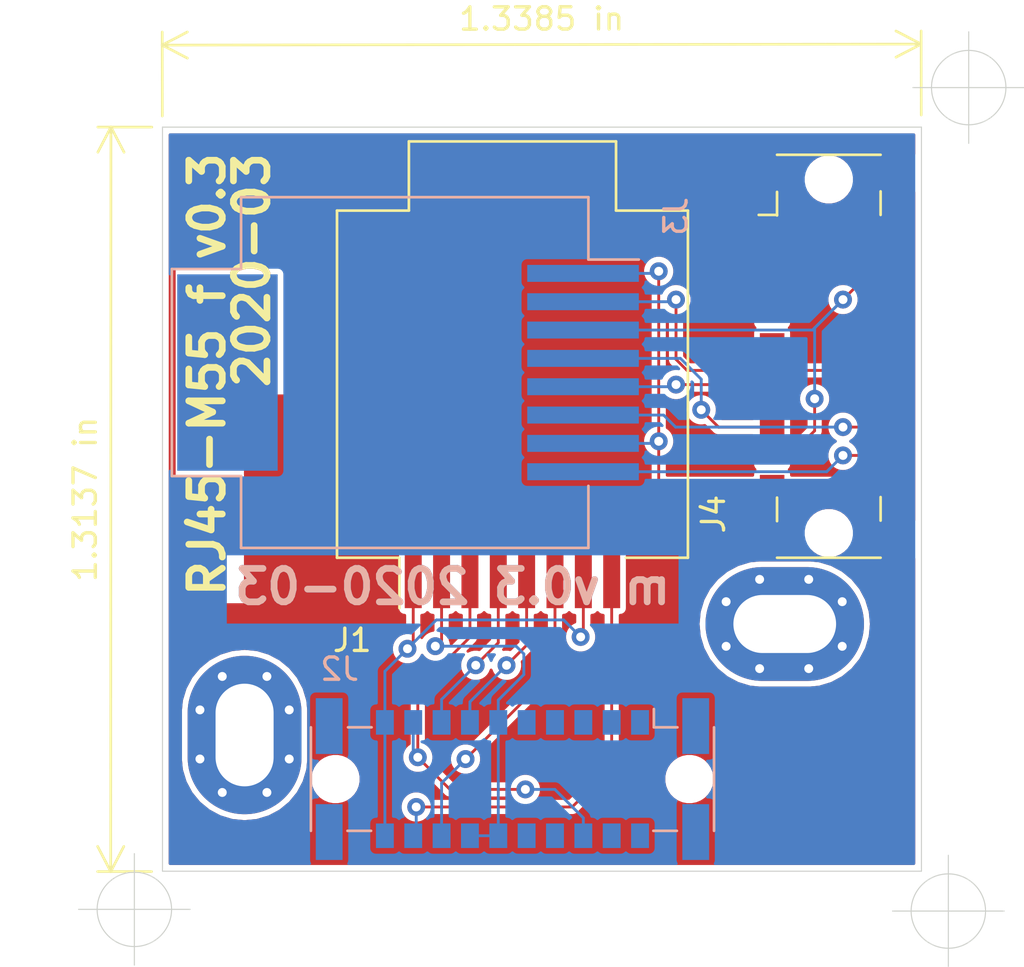
<source format=kicad_pcb>
(kicad_pcb (version 20171130) (host pcbnew 5.1.5)

  (general
    (thickness 1.6)
    (drawings 23)
    (tracks 108)
    (zones 0)
    (modules 6)
    (nets 15)
  )

  (page USLetter)
  (title_block
    (title RJ45-M55)
    (date 2020-03-23)
    (rev v0.3)
    (company Janelia)
  )

  (layers
    (0 F.Cu signal)
    (31 B.Cu signal)
    (32 B.Adhes user)
    (33 F.Adhes user)
    (34 B.Paste user)
    (35 F.Paste user)
    (36 B.SilkS user)
    (37 F.SilkS user)
    (38 B.Mask user)
    (39 F.Mask user)
    (40 Dwgs.User user)
    (41 Cmts.User user)
    (42 Eco1.User user)
    (43 Eco2.User user)
    (44 Edge.Cuts user)
    (45 Margin user)
    (46 B.CrtYd user)
    (47 F.CrtYd user)
    (48 B.Fab user)
    (49 F.Fab user)
  )

  (setup
    (last_trace_width 0.25)
    (trace_clearance 0.25)
    (zone_clearance 0.508)
    (zone_45_only no)
    (trace_min 0.127)
    (via_size 0.8)
    (via_drill 0.4)
    (via_min_size 0.4)
    (via_min_drill 0.3)
    (uvia_size 0.3)
    (uvia_drill 0.1)
    (uvias_allowed no)
    (uvia_min_size 0.2)
    (uvia_min_drill 0.1)
    (edge_width 0.05)
    (segment_width 0.2)
    (pcb_text_width 0.3)
    (pcb_text_size 1.5 1.5)
    (mod_edge_width 0.12)
    (mod_text_size 1 1)
    (mod_text_width 0.15)
    (pad_size 1.524 1.524)
    (pad_drill 0.762)
    (pad_to_mask_clearance 0.051)
    (solder_mask_min_width 0.25)
    (aux_axis_origin 40.32758 151.1046)
    (visible_elements FFFFFF7F)
    (pcbplotparams
      (layerselection 0x010fc_ffffffff)
      (usegerberextensions false)
      (usegerberattributes false)
      (usegerberadvancedattributes false)
      (creategerberjobfile true)
      (excludeedgelayer true)
      (linewidth 0.100000)
      (plotframeref false)
      (viasonmask false)
      (mode 1)
      (useauxorigin false)
      (hpglpennumber 1)
      (hpglpenspeed 20)
      (hpglpendiameter 15.000000)
      (psnegative false)
      (psa4output false)
      (plotreference true)
      (plotvalue true)
      (plotinvisibletext false)
      (padsonsilk false)
      (subtractmaskfromsilk false)
      (outputformat 1)
      (mirror false)
      (drillshape 0)
      (scaleselection 1)
      (outputdirectory "2020-03-22_out/"))
  )

  (net 0 "")
  (net 1 5V_m)
  (net 2 CS123_m)
  (net 3 GND_m)
  (net 4 MOSI_m)
  (net 5 CS0_m)
  (net 6 MISO1_m)
  (net 7 SCK_m)
  (net 8 SCK_f)
  (net 9 5V_f)
  (net 10 MISO1_f)
  (net 11 CS0_f)
  (net 12 MOSI_f)
  (net 13 GND_f)
  (net 14 CS123_f)

  (net_class Default "This is the default net class."
    (clearance 0.25)
    (trace_width 0.25)
    (via_dia 0.8)
    (via_drill 0.4)
    (uvia_dia 0.3)
    (uvia_drill 0.1)
    (add_net 5V_f)
    (add_net 5V_m)
    (add_net CS0_f)
    (add_net CS0_m)
    (add_net CS123_f)
    (add_net CS123_m)
    (add_net GND_f)
    (add_net GND_m)
    (add_net MISO1_f)
    (add_net MISO1_m)
    (add_net MOSI_f)
    (add_net MOSI_m)
    (add_net SCK_f)
    (add_net SCK_m)
  )

  (module connectors:Mount_via (layer F.Cu) (tedit 5E77CEA4) (tstamp 5E782A7A)
    (at 43.67782 145.22062)
    (fp_text reference REF** (at 0 -4.5) (layer F.SilkS) hide
      (effects (font (size 1 1) (thickness 0.15)))
    )
    (fp_text value MountingHole_2.5x4mm_Pad_VIA (at 0 4.5) (layer F.Fab) hide
      (effects (font (size 1 1) (thickness 0.15)))
    )
    (fp_text user %R (at 0 0) (layer F.Fab) hide
      (effects (font (size 1 1) (thickness 0.15)))
    )
    (fp_arc (start 0 1) (end 2.85 1) (angle 180) (layer F.CrtYd) (width 0.05))
    (fp_line (start 2.85 1) (end 2.85 -1) (layer F.CrtYd) (width 0.05))
    (fp_line (start -2.85 -1) (end -2.85 1) (layer F.CrtYd) (width 0.05))
    (fp_arc (start 0 -1) (end -2.85 -1) (angle 180) (layer F.CrtYd) (width 0.05))
    (fp_line (start -2.6 -1) (end -2.6 1) (layer Cmts.User) (width 0.15))
    (fp_line (start 2.6 -1) (end 2.6 1) (layer Cmts.User) (width 0.15))
    (fp_arc (start 0 1) (end -2.6 1) (angle -180) (layer Cmts.User) (width 0.15))
    (fp_arc (start 0 -1) (end 2.6 -1) (angle -180) (layer Cmts.User) (width 0.15))
    (pad "" thru_hole circle (at -1 2.6) (size 0.8 0.8) (drill 0.4) (layers *.Cu *.Mask))
    (pad "" thru_hole circle (at -1 -2.6) (size 0.8 0.8) (drill 0.4) (layers *.Cu *.Mask))
    (pad "" thru_hole circle (at 1 -2.6) (size 0.8 0.8) (drill 0.4) (layers *.Cu *.Mask))
    (pad "" thru_hole circle (at 2 -1.1) (size 0.8 0.8) (drill 0.4) (layers *.Cu *.Mask))
    (pad "" thru_hole circle (at 2 1.1) (size 0.8 0.8) (drill 0.4) (layers *.Cu *.Mask))
    (pad "" thru_hole circle (at 1 2.6) (size 0.8 0.8) (drill 0.4) (layers *.Cu *.Mask))
    (pad "" thru_hole circle (at -2 1.1) (size 0.8 0.8) (drill 0.4) (layers *.Cu *.Mask))
    (pad "" thru_hole circle (at -2 -1.1) (size 0.8 0.8) (drill 0.4) (layers *.Cu *.Mask))
    (pad "" thru_hole oval (at 0 0.0254) (size 5.1 7.1) (drill oval 2.6 4.6) (layers *.Cu *.Mask))
  )

  (module connectors:Mount_via (layer F.Cu) (tedit 5E77CEA4) (tstamp 5E7823DD)
    (at 67.85 140.27 90)
    (fp_text reference REF** (at 0 -4.5 90) (layer F.SilkS) hide
      (effects (font (size 1 1) (thickness 0.15)))
    )
    (fp_text value MountingHole_2.5x4mm_Pad_VIA (at 0 4.5 90) (layer F.Fab) hide
      (effects (font (size 1 1) (thickness 0.15)))
    )
    (fp_text user %R (at 0 0 90) (layer F.Fab) hide
      (effects (font (size 1 1) (thickness 0.15)))
    )
    (fp_arc (start 0 1) (end 2.85 1) (angle 180) (layer F.CrtYd) (width 0.05))
    (fp_line (start 2.85 1) (end 2.85 -1) (layer F.CrtYd) (width 0.05))
    (fp_line (start -2.85 -1) (end -2.85 1) (layer F.CrtYd) (width 0.05))
    (fp_arc (start 0 -1) (end -2.85 -1) (angle 180) (layer F.CrtYd) (width 0.05))
    (fp_line (start -2.6 -1) (end -2.6 1) (layer Cmts.User) (width 0.15))
    (fp_line (start 2.6 -1) (end 2.6 1) (layer Cmts.User) (width 0.15))
    (fp_arc (start 0 1) (end -2.6 1) (angle -180) (layer Cmts.User) (width 0.15))
    (fp_arc (start 0 -1) (end 2.6 -1) (angle -180) (layer Cmts.User) (width 0.15))
    (pad "" thru_hole circle (at -1 2.6 90) (size 0.8 0.8) (drill 0.4) (layers *.Cu *.Mask))
    (pad "" thru_hole circle (at -1 -2.6 90) (size 0.8 0.8) (drill 0.4) (layers *.Cu *.Mask))
    (pad "" thru_hole circle (at 1 -2.6 90) (size 0.8 0.8) (drill 0.4) (layers *.Cu *.Mask))
    (pad "" thru_hole circle (at 2 -1.1 90) (size 0.8 0.8) (drill 0.4) (layers *.Cu *.Mask))
    (pad "" thru_hole circle (at 2 1.1 90) (size 0.8 0.8) (drill 0.4) (layers *.Cu *.Mask))
    (pad "" thru_hole circle (at 1 2.6 90) (size 0.8 0.8) (drill 0.4) (layers *.Cu *.Mask))
    (pad "" thru_hole circle (at -2 1.1 90) (size 0.8 0.8) (drill 0.4) (layers *.Cu *.Mask))
    (pad "" thru_hole circle (at -2 -1.1 90) (size 0.8 0.8) (drill 0.4) (layers *.Cu *.Mask))
    (pad "" thru_hole oval (at 0 0.0254 90) (size 5.1 7.1) (drill oval 2.6 4.6) (layers *.Cu *.Mask))
  )

  (module connectors:RJ45_Molex_0855135013_Vertical (layer F.Cu) (tedit 5E7413AC) (tstamp 5E78299D)
    (at 55.67782 129.22062 90)
    (descr "1 Port, RJ45, Series 85513, vertical, SMD, https://www.molex.com/pdm_docs/sd/855135013_sd.pdf")
    (tags "RJ45 Vertical")
    (path /5E7232B4)
    (attr smd)
    (fp_text reference J1 (at -11.77938 -7.17782 180) (layer F.SilkS)
      (effects (font (size 1 1) (thickness 0.15)))
    )
    (fp_text value RJ45 (at -11.77938 6.32218 180) (layer F.Fab)
      (effects (font (size 1 1) (thickness 0.15)))
    )
    (fp_line (start -7.84 -6.62) (end -7.84 7.62) (layer F.Fab) (width 0.1))
    (fp_line (start 7.24 7.62) (end -7.84 7.62) (layer F.Fab) (width 0.1))
    (fp_line (start 7.24 7.62) (end 7.24 -7.62) (layer F.Fab) (width 0.1))
    (fp_line (start 7.24 -7.62) (end -6.84 -7.62) (layer F.Fab) (width 0.1))
    (fp_line (start -6.84 -7.62) (end -7.84 -6.62) (layer F.Fab) (width 0.1))
    (fp_line (start -8.08 -5.065) (end -10.34 -5.065) (layer F.SilkS) (width 0.12))
    (fp_line (start -8.08 -7.86) (end -8.08 -5.065) (layer F.SilkS) (width 0.12))
    (fp_line (start -8.08 -7.86) (end 7.48 -7.86) (layer F.SilkS) (width 0.12))
    (fp_line (start 7.48 -7.86) (end 7.48 -4.64) (layer F.SilkS) (width 0.12))
    (fp_line (start 7.48 -4.64) (end 10.58 -4.64) (layer F.SilkS) (width 0.12))
    (fp_line (start 10.58 -4.64) (end 10.58 4.64) (layer F.SilkS) (width 0.12))
    (fp_line (start 10.58 4.64) (end 7.48 4.64) (layer F.SilkS) (width 0.12))
    (fp_line (start 7.48 4.64) (end 7.48 7.86) (layer F.SilkS) (width 0.12))
    (fp_line (start 7.48 7.86) (end -8.08 7.86) (layer F.SilkS) (width 0.12))
    (fp_line (start -8.08 7.86) (end -8.08 5.08) (layer F.SilkS) (width 0.12))
    (fp_line (start 10.84 -8.12) (end 10.84 8.12) (layer F.CrtYd) (width 0.05))
    (fp_line (start 10.84 8.12) (end -10.84 8.12) (layer F.CrtYd) (width 0.05))
    (fp_line (start -10.84 -8.12) (end -10.84 8.12) (layer F.CrtYd) (width 0.05))
    (fp_line (start 10.84 -8.12) (end -10.84 -8.12) (layer F.CrtYd) (width 0.05))
    (fp_text user %R (at 0.22062 -0.17782 180) (layer F.Fab)
      (effects (font (size 1 1) (thickness 0.15)))
    )
    (pad 1 smd rect (at -7.84 -4.445) (size 0.76 5) (layers F.Cu F.Paste F.Mask)
      (net 1 5V_m))
    (pad 2 smd rect (at -7.84 -3.175) (size 0.76 5) (layers F.Cu F.Paste F.Mask)
      (net 2 CS123_m))
    (pad 3 smd rect (at -7.84 -1.905) (size 0.76 5) (layers F.Cu F.Paste F.Mask)
      (net 3 GND_m))
    (pad 4 smd rect (at -7.84 -0.635) (size 0.76 5) (layers F.Cu F.Paste F.Mask)
      (net 4 MOSI_m))
    (pad 5 smd rect (at -7.84 0.635) (size 0.76 5) (layers F.Cu F.Paste F.Mask)
      (net 5 CS0_m))
    (pad 6 smd rect (at -7.84 1.905) (size 0.76 5) (layers F.Cu F.Paste F.Mask)
      (net 6 MISO1_m))
    (pad 7 smd rect (at -7.84 3.175) (size 0.76 5) (layers F.Cu F.Paste F.Mask)
      (net 1 5V_m))
    (pad 8 smd rect (at -7.84 4.445) (size 0.76 5) (layers F.Cu F.Paste F.Mask)
      (net 7 SCK_m))
    (pad L smd rect (at 8.09 0) (size 8.8 4.5) (layers F.Cu F.Paste F.Mask))
    (model ${KISYS3DMOD}/Connector_RJ.3dshapes/RJ45_Molex_0855135013_Vertical.wrl
      (at (xyz 0 0 0))
      (scale (xyz 1 1 1))
      (rotate (xyz 0 0 0))
    )
  )

  (module connectors:RJ45_Molex_0855135013_Vertical (layer B.Cu) (tedit 5E7413AC) (tstamp 5E783383)
    (at 51 129 180)
    (descr "1 Port, RJ45, Series 85513, vertical, SMD, https://www.molex.com/pdm_docs/sd/855135013_sd.pdf")
    (tags "RJ45 Vertical")
    (path /5E745911)
    (attr smd)
    (fp_text reference J3 (at -12 7 90) (layer B.SilkS)
      (effects (font (size 1 1) (thickness 0.15)) (justify mirror))
    )
    (fp_text value RJ45 (at -12 -6.45 90) (layer B.Fab)
      (effects (font (size 1 1) (thickness 0.15)) (justify mirror))
    )
    (fp_text user %R (at 1 0 90) (layer B.Fab)
      (effects (font (size 1 1) (thickness 0.15)) (justify mirror))
    )
    (fp_line (start 10.84 8.12) (end -10.84 8.12) (layer B.CrtYd) (width 0.05))
    (fp_line (start -10.84 8.12) (end -10.84 -8.12) (layer B.CrtYd) (width 0.05))
    (fp_line (start 10.84 -8.12) (end -10.84 -8.12) (layer B.CrtYd) (width 0.05))
    (fp_line (start 10.84 8.12) (end 10.84 -8.12) (layer B.CrtYd) (width 0.05))
    (fp_line (start -8.08 -7.86) (end -8.08 -5.08) (layer B.SilkS) (width 0.12))
    (fp_line (start 7.48 -7.86) (end -8.08 -7.86) (layer B.SilkS) (width 0.12))
    (fp_line (start 7.48 -4.64) (end 7.48 -7.86) (layer B.SilkS) (width 0.12))
    (fp_line (start 10.58 -4.64) (end 7.48 -4.64) (layer B.SilkS) (width 0.12))
    (fp_line (start 10.58 4.64) (end 10.58 -4.64) (layer B.SilkS) (width 0.12))
    (fp_line (start 7.48 4.64) (end 10.58 4.64) (layer B.SilkS) (width 0.12))
    (fp_line (start 7.48 7.86) (end 7.48 4.64) (layer B.SilkS) (width 0.12))
    (fp_line (start -8.08 7.86) (end 7.48 7.86) (layer B.SilkS) (width 0.12))
    (fp_line (start -8.08 7.86) (end -8.08 5.065) (layer B.SilkS) (width 0.12))
    (fp_line (start -8.08 5.065) (end -10.34 5.065) (layer B.SilkS) (width 0.12))
    (fp_line (start -6.84 7.62) (end -7.84 6.62) (layer B.Fab) (width 0.1))
    (fp_line (start 7.24 7.62) (end -6.84 7.62) (layer B.Fab) (width 0.1))
    (fp_line (start 7.24 -7.62) (end 7.24 7.62) (layer B.Fab) (width 0.1))
    (fp_line (start 7.24 -7.62) (end -7.84 -7.62) (layer B.Fab) (width 0.1))
    (fp_line (start -7.84 6.62) (end -7.84 -7.62) (layer B.Fab) (width 0.1))
    (pad L smd rect (at 8.09 0 270) (size 8.8 4.5) (layers B.Cu B.Paste B.Mask))
    (pad 8 smd rect (at -7.84 -4.445 270) (size 0.76 5) (layers B.Cu B.Paste B.Mask)
      (net 8 SCK_f))
    (pad 7 smd rect (at -7.84 -3.175 270) (size 0.76 5) (layers B.Cu B.Paste B.Mask)
      (net 9 5V_f))
    (pad 6 smd rect (at -7.84 -1.905 270) (size 0.76 5) (layers B.Cu B.Paste B.Mask)
      (net 10 MISO1_f))
    (pad 5 smd rect (at -7.84 -0.635 270) (size 0.76 5) (layers B.Cu B.Paste B.Mask)
      (net 11 CS0_f))
    (pad 4 smd rect (at -7.84 0.635 270) (size 0.76 5) (layers B.Cu B.Paste B.Mask)
      (net 12 MOSI_f))
    (pad 3 smd rect (at -7.84 1.905 270) (size 0.76 5) (layers B.Cu B.Paste B.Mask)
      (net 13 GND_f))
    (pad 2 smd rect (at -7.84 3.175 270) (size 0.76 5) (layers B.Cu B.Paste B.Mask)
      (net 14 CS123_f))
    (pad 1 smd rect (at -7.84 4.445 270) (size 0.76 5) (layers B.Cu B.Paste B.Mask)
      (net 9 5V_f))
    (model ${KISYS3DMOD}/Connector_RJ.3dshapes/RJ45_Molex_0855135013_Vertical.wrl
      (at (xyz 0 0 0))
      (scale (xyz 1 1 1))
      (rotate (xyz 0 0 0))
    )
  )

  (module connectors:M55-7XX2042R_Archer_Kontrol (layer B.Cu) (tedit 5E72E01C) (tstamp 5E78277F)
    (at 55.67782 147.22062 180)
    (descr "M55, 2x10, SMD, 20Pin, MALE, DIL, Vertical or Horizontal (https://cdn.harwin.com/pdfs/M55-70X.pdf)")
    (tags "7002042R, 7102042R")
    (path /5E724F0C)
    (attr smd)
    (fp_text reference J2 (at 7.7404 4.92982 180) (layer B.SilkS)
      (effects (font (size 1 1) (thickness 0.15)) (justify mirror))
    )
    (fp_text value "M55 Archer male" (at -2.51358 4.98316 180) (layer B.Fab)
      (effects (font (size 1 1) (thickness 0.15)) (justify mirror))
    )
    (fp_line (start 8.21 2.1) (end 8.21 -2.1) (layer B.Fab) (width 0.1))
    (fp_line (start -8.21 -2.1) (end -8.21 2.1) (layer B.Fab) (width 0.1))
    (fp_line (start -0.875 2.1) (end -0.875 2.9) (layer B.Fab) (width 0.1))
    (fp_line (start -0.875 2.9) (end -0.375 2.9) (layer B.Fab) (width 0.1))
    (fp_line (start -0.375 2.9) (end -0.375 2.1) (layer B.Fab) (width 0.1))
    (fp_line (start -2.145 2.1) (end -2.145 2.9) (layer B.Fab) (width 0.1))
    (fp_line (start -2.145 2.9) (end -1.645 2.9) (layer B.Fab) (width 0.1))
    (fp_line (start -1.645 2.9) (end -1.645 2.145) (layer B.Fab) (width 0.1))
    (fp_line (start -7.71 2.1) (end -5.955 2.1) (layer B.Fab) (width 0.1))
    (fp_line (start -5.955 2.1) (end -5.955 2.9) (layer B.Fab) (width 0.1))
    (fp_line (start -5.955 2.9) (end -5.455 2.9) (layer B.Fab) (width 0.1))
    (fp_line (start -5.455 2.9) (end -5.455 2.1) (layer B.Fab) (width 0.1))
    (fp_line (start -5.455 2.1) (end -4.685 2.1) (layer B.Fab) (width 0.1))
    (fp_line (start -4.685 2.1) (end -4.685 2.9) (layer B.Fab) (width 0.1))
    (fp_line (start -4.685 2.9) (end -4.1865 2.9) (layer B.Fab) (width 0.1))
    (fp_line (start -4.185 2.9) (end -4.185 2.1) (layer B.Fab) (width 0.1))
    (fp_line (start -4.185 2.1) (end -3.415 2.1) (layer B.Fab) (width 0.1))
    (fp_line (start -3.415 2.1) (end -3.415 2.9) (layer B.Fab) (width 0.1))
    (fp_line (start -3.415 2.9) (end -2.915 2.9) (layer B.Fab) (width 0.1))
    (fp_line (start -2.915 2.9) (end -2.915 2.1) (layer B.Fab) (width 0.1))
    (fp_line (start -2.915 2.1) (end -2.145 2.1) (layer B.Fab) (width 0.1))
    (fp_line (start -1.645 2.1) (end -0.875 2.1) (layer B.Fab) (width 0.1))
    (fp_line (start -0.375 2.1) (end 0.375 2.1) (layer B.Fab) (width 0.1))
    (fp_line (start 0.375 2.1) (end 0.375 2.9) (layer B.Fab) (width 0.1))
    (fp_line (start 0.375 2.9) (end 0.875 2.9) (layer B.Fab) (width 0.1))
    (fp_line (start 0.875 2.9) (end 0.875 2.1) (layer B.Fab) (width 0.1))
    (fp_line (start 0.875 2.1) (end 1.645 2.1) (layer B.Fab) (width 0.1))
    (fp_line (start 1.645 2.1) (end 1.645 2.9) (layer B.Fab) (width 0.1))
    (fp_line (start 1.645 2.9) (end 2.145 2.9) (layer B.Fab) (width 0.1))
    (fp_line (start 2.145 2.1) (end 2.145 2.9) (layer B.Fab) (width 0.1))
    (fp_line (start 2.145 2.1) (end 2.915 2.1) (layer B.Fab) (width 0.1))
    (fp_line (start 2.915 2.1) (end 2.915 2.9) (layer B.Fab) (width 0.1))
    (fp_line (start 2.915 2.9) (end 3.415 2.9) (layer B.Fab) (width 0.1))
    (fp_line (start 3.415 2.9) (end 3.415 2.1) (layer B.Fab) (width 0.1))
    (fp_line (start 3.415 2.1) (end 4.185 2.1) (layer B.Fab) (width 0.1))
    (fp_line (start 4.185 2.1) (end 4.185 2.9) (layer B.Fab) (width 0.1))
    (fp_line (start 4.185 2.9) (end 4.685 2.9) (layer B.Fab) (width 0.1))
    (fp_line (start 4.685 2.9) (end 4.685 2.1) (layer B.Fab) (width 0.1))
    (fp_line (start 4.685 2.1) (end 5.455 2.1) (layer B.Fab) (width 0.1))
    (fp_line (start 5.455 2.1) (end 5.455 2.9) (layer B.Fab) (width 0.1))
    (fp_line (start 5.455 2.9) (end 5.955 2.9) (layer B.Fab) (width 0.1))
    (fp_line (start 5.955 2.9) (end 5.955 2.1) (layer B.Fab) (width 0.1))
    (fp_line (start 5.955 2.1) (end 7.71 2.1) (layer B.Fab) (width 0.1))
    (fp_line (start -7.71 2.1) (end -7.71 3.6) (layer B.Fab) (width 0.1))
    (fp_line (start -7.71 3.6) (end -8.71 3.6) (layer B.Fab) (width 0.1))
    (fp_line (start -8.71 3.6) (end -8.71 2.3) (layer B.Fab) (width 0.1))
    (fp_line (start -8.71 2.3) (end -8.21 2.1) (layer B.Fab) (width 0.1))
    (fp_line (start 7.71 2.1) (end 7.71 3.6) (layer B.Fab) (width 0.1))
    (fp_line (start 7.71 3.6) (end 8.71 3.6) (layer B.Fab) (width 0.1))
    (fp_line (start 8.71 3.6) (end 8.71 2.3) (layer B.Fab) (width 0.1))
    (fp_line (start 8.71 2.3) (end 8.21 2.1) (layer B.Fab) (width 0.1))
    (fp_line (start -2.915 -2.1) (end -2.915 -2.9) (layer B.Fab) (width 0.1))
    (fp_line (start 3.415 -2.1) (end 3.415 -2.9) (layer B.Fab) (width 0.1))
    (fp_line (start -7.71 -3.6) (end -8.71 -3.6) (layer B.Fab) (width 0.1))
    (fp_line (start -8.71 -3.6) (end -8.71 -2.3) (layer B.Fab) (width 0.1))
    (fp_line (start 0.375 -2.9) (end 0.375 -2.1) (layer B.Fab) (width 0.1))
    (fp_line (start 2.915 -2.1) (end 2.145 -2.1) (layer B.Fab) (width 0.1))
    (fp_line (start -5.955 -2.9) (end -5.955 -2.1) (layer B.Fab) (width 0.1))
    (fp_line (start 1.645 -2.1) (end 0.875 -2.1) (layer B.Fab) (width 0.1))
    (fp_line (start 2.145 -2.9) (end 1.645 -2.9) (layer B.Fab) (width 0.1))
    (fp_line (start 5.955 -2.1) (end 5.955 -2.9) (layer B.Fab) (width 0.1))
    (fp_line (start 5.455 -2.1) (end 4.685 -2.1) (layer B.Fab) (width 0.1))
    (fp_line (start -4.185 -2.1) (end -4.185 -2.9) (layer B.Fab) (width 0.1))
    (fp_line (start -3.415 -2.1) (end -4.185 -2.1) (layer B.Fab) (width 0.1))
    (fp_line (start 0.875 -2.9) (end 0.375 -2.9) (layer B.Fab) (width 0.1))
    (fp_line (start -0.375 -2.9) (end -0.875 -2.9) (layer B.Fab) (width 0.1))
    (fp_line (start -4.185 -2.9) (end -4.685 -2.9) (layer B.Fab) (width 0.1))
    (fp_line (start 7.71 -3.6) (end 8.71 -3.6) (layer B.Fab) (width 0.1))
    (fp_line (start 3.415 -2.9) (end 2.915 -2.9) (layer B.Fab) (width 0.1))
    (fp_line (start -5.955 -2.1) (end -7.71 -2.1) (layer B.Fab) (width 0.1))
    (fp_line (start -1.645 -2.9) (end -2.145 -2.9) (layer B.Fab) (width 0.1))
    (fp_line (start -5.455 -2.1) (end -5.455 -2.9) (layer B.Fab) (width 0.1))
    (fp_line (start -4.685 -2.1) (end -5.455 -2.1) (layer B.Fab) (width 0.1))
    (fp_line (start -1.645 -2.1) (end -1.645 -2.9) (layer B.Fab) (width 0.1))
    (fp_line (start -0.875 -2.9) (end -0.875 -2.1) (layer B.Fab) (width 0.1))
    (fp_line (start 1.645 -2.9) (end 1.645 -2.145) (layer B.Fab) (width 0.1))
    (fp_line (start -2.145 -2.1) (end -2.915 -2.1) (layer B.Fab) (width 0.1))
    (fp_line (start 4.685 -2.1) (end 4.685 -2.9) (layer B.Fab) (width 0.1))
    (fp_line (start -0.875 -2.1) (end -1.645 -2.1) (layer B.Fab) (width 0.1))
    (fp_line (start -2.145 -2.1) (end -2.145 -2.9) (layer B.Fab) (width 0.1))
    (fp_line (start 4.185 -2.1) (end 3.415 -2.1) (layer B.Fab) (width 0.1))
    (fp_line (start 4.185 -2.9) (end 4.185 -2.1) (layer B.Fab) (width 0.1))
    (fp_line (start -0.375 -2.1) (end -0.375 -2.9) (layer B.Fab) (width 0.1))
    (fp_line (start -4.685 -2.9) (end -4.685 -2.1) (layer B.Fab) (width 0.1))
    (fp_line (start 5.955 -2.9) (end 5.455 -2.9) (layer B.Fab) (width 0.1))
    (fp_line (start 8.71 -2.3) (end 8.21 -2.1) (layer B.Fab) (width 0.1))
    (fp_line (start 8.71 -3.6) (end 8.71 -2.3) (layer B.Fab) (width 0.1))
    (fp_line (start 4.685 -2.9) (end 4.1865 -2.9) (layer B.Fab) (width 0.1))
    (fp_line (start 5.455 -2.9) (end 5.455 -2.1) (layer B.Fab) (width 0.1))
    (fp_line (start 2.145 -2.1) (end 2.145 -2.9) (layer B.Fab) (width 0.1))
    (fp_line (start -8.71 -2.3) (end -8.21 -2.1) (layer B.Fab) (width 0.1))
    (fp_line (start -2.915 -2.9) (end -3.415 -2.9) (layer B.Fab) (width 0.1))
    (fp_line (start 0.375 -2.1) (end -0.375 -2.1) (layer B.Fab) (width 0.1))
    (fp_line (start 7.71 -2.1) (end 5.955 -2.1) (layer B.Fab) (width 0.1))
    (fp_line (start 0.875 -2.1) (end 0.875 -2.9) (layer B.Fab) (width 0.1))
    (fp_line (start -7.71 -2.1) (end -7.71 -3.6) (layer B.Fab) (width 0.1))
    (fp_line (start 2.915 -2.9) (end 2.915 -2.1) (layer B.Fab) (width 0.1))
    (fp_line (start -5.455 -2.9) (end -5.955 -2.9) (layer B.Fab) (width 0.1))
    (fp_line (start 7.71 -2.1) (end 7.71 -3.6) (layer B.Fab) (width 0.1))
    (fp_line (start -3.415 -2.9) (end -3.415 -2.1) (layer B.Fab) (width 0.1))
    (fp_line (start -5.715 1.778) (end -5.969 1.524) (layer B.Fab) (width 0.12))
    (fp_line (start -5.969 1.524) (end -5.461 1.524) (layer B.Fab) (width 0.12))
    (fp_line (start -5.461 1.524) (end -5.715 1.778) (layer B.Fab) (width 0.12))
    (fp_line (start -7.39 2.32) (end -6.335 2.32) (layer B.SilkS) (width 0.12))
    (fp_line (start -9.03 2.32) (end -9.03 -2.32) (layer B.SilkS) (width 0.12))
    (fp_line (start -6.335 2.32) (end -6.335 3.14) (layer B.SilkS) (width 0.12))
    (fp_line (start -7.366 -2.32) (end -6.311 -2.32) (layer B.SilkS) (width 0.12))
    (fp_line (start 9.03 -2.32) (end 9.03 2.32) (layer B.SilkS) (width 0.12))
    (fp_line (start 7.366 2.32) (end 6.311 2.32) (layer B.SilkS) (width 0.12))
    (fp_line (start 7.39 -2.32) (end 6.335 -2.32) (layer B.SilkS) (width 0.12))
    (fp_text user %R (at 0 0 180) (layer B.Fab)
      (effects (font (size 1 1) (thickness 0.15)) (justify mirror))
    )
    (fp_line (start -9.31 4.13) (end 9.31 4.13) (layer B.CrtYd) (width 0.05))
    (fp_line (start 9.31 4.13) (end 9.31 -4.13) (layer B.CrtYd) (width 0.05))
    (fp_line (start 9.31 -4.13) (end -9.31 -4.13) (layer B.CrtYd) (width 0.05))
    (fp_line (start -9.31 -4.13) (end -9.31 4.13) (layer B.CrtYd) (width 0.05))
    (pad 1 smd rect (at -5.715 2.54 180) (size 0.8 1.1) (layers B.Cu B.Paste B.Mask))
    (pad 2 smd rect (at -5.715 -2.54 180) (size 0.8 1.1) (layers B.Cu B.Paste B.Mask))
    (pad 3 smd rect (at -4.445 2.54 180) (size 0.8 1.1) (layers B.Cu B.Paste B.Mask))
    (pad 4 smd rect (at -4.445 -2.54 180) (size 0.8 1.1) (layers B.Cu B.Paste B.Mask))
    (pad 5 smd rect (at -3.175 2.54 180) (size 0.8 1.1) (layers B.Cu B.Paste B.Mask))
    (pad 6 smd rect (at -3.175 -2.54 180) (size 0.8 1.1) (layers B.Cu B.Paste B.Mask)
      (net 3 GND_m))
    (pad 7 smd rect (at -1.905 2.54 180) (size 0.8 1.1) (layers B.Cu B.Paste B.Mask))
    (pad 8 smd rect (at -1.905 -2.54 180) (size 0.8 1.1) (layers B.Cu B.Paste B.Mask))
    (pad 9 smd rect (at -0.635 2.54 180) (size 0.8 1.1) (layers B.Cu B.Paste B.Mask))
    (pad 10 smd rect (at -0.635 -2.54 180) (size 0.8 1.1) (layers B.Cu B.Paste B.Mask))
    (pad 11 smd rect (at 0.635 2.54 180) (size 0.8 1.1) (layers B.Cu B.Paste B.Mask)
      (net 2 CS123_m))
    (pad 12 smd rect (at 0.635 -2.54 180) (size 0.8 1.1) (layers B.Cu B.Paste B.Mask)
      (net 2 CS123_m))
    (pad 13 smd rect (at 1.905 2.54 180) (size 0.8 1.1) (layers B.Cu B.Paste B.Mask)
      (net 5 CS0_m))
    (pad 14 smd rect (at 1.905 -2.54 180) (size 0.8 1.1) (layers B.Cu B.Paste B.Mask)
      (net 2 CS123_m))
    (pad 15 smd rect (at 3.175 2.54 180) (size 0.8 1.1) (layers B.Cu B.Paste B.Mask)
      (net 4 MOSI_m))
    (pad 16 smd rect (at 3.175 -2.54 180) (size 0.8 1.1) (layers B.Cu B.Paste B.Mask)
      (net 6 MISO1_m))
    (pad 17 smd rect (at 4.445 2.54 180) (size 0.8 1.1) (layers B.Cu B.Paste B.Mask)
      (net 3 GND_m))
    (pad 18 smd rect (at 4.445 -2.54 180) (size 0.8 1.1) (layers B.Cu B.Paste B.Mask)
      (net 7 SCK_m))
    (pad 19 smd rect (at 5.715 2.54 180) (size 0.8 1.1) (layers B.Cu B.Paste B.Mask)
      (net 1 5V_m))
    (pad 20 smd rect (at 5.715 -2.54 180) (size 0.8 1.1) (layers B.Cu B.Paste B.Mask)
      (net 1 5V_m))
    (pad "" np_thru_hole circle (at 7.925 0 180) (size 1.65 1.65) (drill 1.65) (layers *.Cu *.Mask))
    (pad "" np_thru_hole circle (at -7.925 0 180) (size 1.65 1.65) (drill 1.65) (layers *.Cu *.Mask))
    (pad "" smd rect (at 8.21 2.375 180) (size 1.2 2.5) (layers B.Cu B.Paste B.Mask))
    (pad "" smd rect (at 8.21 -2.375 180) (size 1.2 2.5) (layers B.Cu B.Paste B.Mask))
    (pad "" smd rect (at -8.21 2.375 180) (size 1.2 2.5) (layers B.Cu B.Paste B.Mask))
    (pad "" smd rect (at -8.21 -2.375 180) (size 1.2 2.5) (layers B.Cu B.Paste B.Mask))
  )

  (module connectors:M55-6XX2042R_Archer_Kontrol (layer F.Cu) (tedit 5E72E168) (tstamp 5E7492D8)
    (at 69.85 128.27 90)
    (descr "M55, 2x10, SMD, 20Pin, FEMALE, DIL, Vertical or Horizontal (https://cdn.harwin.com/pdfs/M55-70X.pdf)")
    (tags "6002042R, 6102042R, 6012042R, 6022042R,")
    (path /5E745917)
    (attr smd)
    (fp_text reference J4 (at -7.0739 -5.17144 90) (layer F.SilkS)
      (effects (font (size 1 1) (thickness 0.15)))
    )
    (fp_text value "M55 Archer female" (at 2.22504 -5.32384 90) (layer F.Fab)
      (effects (font (size 1 1) (thickness 0.15)))
    )
    (fp_line (start 8.21 -2.1) (end 8.21 2.1) (layer F.Fab) (width 0.1))
    (fp_line (start -8.21 2.1) (end -8.21 -2.1) (layer F.Fab) (width 0.1))
    (fp_line (start -0.875 -2.1) (end -0.875 -2.9) (layer F.Fab) (width 0.1))
    (fp_line (start -0.875 -2.9) (end -0.375 -2.9) (layer F.Fab) (width 0.1))
    (fp_line (start -0.375 -2.9) (end -0.375 -2.1) (layer F.Fab) (width 0.1))
    (fp_line (start -2.145 -2.1) (end -2.145 -2.9) (layer F.Fab) (width 0.1))
    (fp_line (start -2.145 -2.9) (end -1.645 -2.9) (layer F.Fab) (width 0.1))
    (fp_line (start -1.645 -2.9) (end -1.645 -2.145) (layer F.Fab) (width 0.1))
    (fp_line (start -7.71 -2.1) (end -5.955 -2.1) (layer F.Fab) (width 0.1))
    (fp_line (start -5.955 -2.1) (end -5.955 -2.9) (layer F.Fab) (width 0.1))
    (fp_line (start -5.955 -2.9) (end -5.455 -2.9) (layer F.Fab) (width 0.1))
    (fp_line (start -5.455 -2.9) (end -5.455 -2.1) (layer F.Fab) (width 0.1))
    (fp_line (start -5.455 -2.1) (end -4.685 -2.1) (layer F.Fab) (width 0.1))
    (fp_line (start -4.685 -2.1) (end -4.685 -2.9) (layer F.Fab) (width 0.1))
    (fp_line (start -4.685 -2.9) (end -4.1865 -2.9) (layer F.Fab) (width 0.1))
    (fp_line (start -4.185 -2.9) (end -4.185 -2.1) (layer F.Fab) (width 0.1))
    (fp_line (start -4.185 -2.1) (end -3.415 -2.1) (layer F.Fab) (width 0.1))
    (fp_line (start -3.415 -2.1) (end -3.415 -2.9) (layer F.Fab) (width 0.1))
    (fp_line (start -3.415 -2.9) (end -2.915 -2.9) (layer F.Fab) (width 0.1))
    (fp_line (start -2.915 -2.9) (end -2.915 -2.1) (layer F.Fab) (width 0.1))
    (fp_line (start -2.915 -2.1) (end -2.145 -2.1) (layer F.Fab) (width 0.1))
    (fp_line (start -1.645 -2.1) (end -0.875 -2.1) (layer F.Fab) (width 0.1))
    (fp_line (start -0.375 -2.1) (end 0.375 -2.1) (layer F.Fab) (width 0.1))
    (fp_line (start 0.375 -2.1) (end 0.375 -2.9) (layer F.Fab) (width 0.1))
    (fp_line (start 0.375 -2.9) (end 0.875 -2.9) (layer F.Fab) (width 0.1))
    (fp_line (start 0.875 -2.9) (end 0.875 -2.1) (layer F.Fab) (width 0.1))
    (fp_line (start 0.875 -2.1) (end 1.645 -2.1) (layer F.Fab) (width 0.1))
    (fp_line (start 1.645 -2.1) (end 1.645 -2.9) (layer F.Fab) (width 0.1))
    (fp_line (start 1.645 -2.9) (end 2.145 -2.9) (layer F.Fab) (width 0.1))
    (fp_line (start 2.145 -2.1) (end 2.145 -2.9) (layer F.Fab) (width 0.1))
    (fp_line (start 2.145 -2.1) (end 2.915 -2.1) (layer F.Fab) (width 0.1))
    (fp_line (start 2.915 -2.1) (end 2.915 -2.9) (layer F.Fab) (width 0.1))
    (fp_line (start 2.915 -2.9) (end 3.415 -2.9) (layer F.Fab) (width 0.1))
    (fp_line (start 3.415 -2.9) (end 3.415 -2.1) (layer F.Fab) (width 0.1))
    (fp_line (start 3.415 -2.1) (end 4.185 -2.1) (layer F.Fab) (width 0.1))
    (fp_line (start 4.185 -2.1) (end 4.185 -2.9) (layer F.Fab) (width 0.1))
    (fp_line (start 4.185 -2.9) (end 4.685 -2.9) (layer F.Fab) (width 0.1))
    (fp_line (start 4.685 -2.9) (end 4.685 -2.1) (layer F.Fab) (width 0.1))
    (fp_line (start 4.685 -2.1) (end 5.455 -2.1) (layer F.Fab) (width 0.1))
    (fp_line (start 5.455 -2.1) (end 5.455 -2.9) (layer F.Fab) (width 0.1))
    (fp_line (start 5.455 -2.9) (end 5.955 -2.9) (layer F.Fab) (width 0.1))
    (fp_line (start 5.955 -2.9) (end 5.955 -2.1) (layer F.Fab) (width 0.1))
    (fp_line (start 5.955 -2.1) (end 7.71 -2.1) (layer F.Fab) (width 0.1))
    (fp_line (start -7.71 -2.1) (end -7.71 -3.6) (layer F.Fab) (width 0.1))
    (fp_line (start -7.71 -3.6) (end -8.71 -3.6) (layer F.Fab) (width 0.1))
    (fp_line (start -8.71 -3.6) (end -8.71 -2.3) (layer F.Fab) (width 0.1))
    (fp_line (start -8.71 -2.3) (end -8.21 -2.1) (layer F.Fab) (width 0.1))
    (fp_line (start 7.71 -2.1) (end 7.71 -3.6) (layer F.Fab) (width 0.1))
    (fp_line (start 7.71 -3.6) (end 8.71 -3.6) (layer F.Fab) (width 0.1))
    (fp_line (start 8.71 -3.6) (end 8.71 -2.3) (layer F.Fab) (width 0.1))
    (fp_line (start 8.71 -2.3) (end 8.21 -2.1) (layer F.Fab) (width 0.1))
    (fp_line (start -2.915 2.1) (end -2.915 2.9) (layer F.Fab) (width 0.1))
    (fp_line (start 3.415 2.1) (end 3.415 2.9) (layer F.Fab) (width 0.1))
    (fp_line (start -7.71 3.6) (end -8.71 3.6) (layer F.Fab) (width 0.1))
    (fp_line (start -8.71 3.6) (end -8.71 2.3) (layer F.Fab) (width 0.1))
    (fp_line (start 0.375 2.9) (end 0.375 2.1) (layer F.Fab) (width 0.1))
    (fp_line (start 2.915 2.1) (end 2.145 2.1) (layer F.Fab) (width 0.1))
    (fp_line (start -5.955 2.9) (end -5.955 2.1) (layer F.Fab) (width 0.1))
    (fp_line (start 1.645 2.1) (end 0.875 2.1) (layer F.Fab) (width 0.1))
    (fp_line (start 2.145 2.9) (end 1.645 2.9) (layer F.Fab) (width 0.1))
    (fp_line (start 5.955 2.1) (end 5.955 2.9) (layer F.Fab) (width 0.1))
    (fp_line (start 5.455 2.1) (end 4.685 2.1) (layer F.Fab) (width 0.1))
    (fp_line (start -4.185 2.1) (end -4.185 2.9) (layer F.Fab) (width 0.1))
    (fp_line (start -3.415 2.1) (end -4.185 2.1) (layer F.Fab) (width 0.1))
    (fp_line (start 0.875 2.9) (end 0.375 2.9) (layer F.Fab) (width 0.1))
    (fp_line (start -0.375 2.9) (end -0.875 2.9) (layer F.Fab) (width 0.1))
    (fp_line (start -4.185 2.9) (end -4.685 2.9) (layer F.Fab) (width 0.1))
    (fp_line (start 7.71 3.6) (end 8.71 3.6) (layer F.Fab) (width 0.1))
    (fp_line (start 3.415 2.9) (end 2.915 2.9) (layer F.Fab) (width 0.1))
    (fp_line (start -5.955 2.1) (end -7.71 2.1) (layer F.Fab) (width 0.1))
    (fp_line (start -1.645 2.9) (end -2.145 2.9) (layer F.Fab) (width 0.1))
    (fp_line (start -5.455 2.1) (end -5.455 2.9) (layer F.Fab) (width 0.1))
    (fp_line (start -4.685 2.1) (end -5.455 2.1) (layer F.Fab) (width 0.1))
    (fp_line (start -1.645 2.1) (end -1.645 2.9) (layer F.Fab) (width 0.1))
    (fp_line (start -0.875 2.9) (end -0.875 2.1) (layer F.Fab) (width 0.1))
    (fp_line (start 1.645 2.9) (end 1.645 2.145) (layer F.Fab) (width 0.1))
    (fp_line (start -2.145 2.1) (end -2.915 2.1) (layer F.Fab) (width 0.1))
    (fp_line (start 4.685 2.1) (end 4.685 2.9) (layer F.Fab) (width 0.1))
    (fp_line (start -0.875 2.1) (end -1.645 2.1) (layer F.Fab) (width 0.1))
    (fp_line (start -2.145 2.1) (end -2.145 2.9) (layer F.Fab) (width 0.1))
    (fp_line (start 4.185 2.1) (end 3.415 2.1) (layer F.Fab) (width 0.1))
    (fp_line (start 4.185 2.9) (end 4.185 2.1) (layer F.Fab) (width 0.1))
    (fp_line (start -0.375 2.1) (end -0.375 2.9) (layer F.Fab) (width 0.1))
    (fp_line (start -4.685 2.9) (end -4.685 2.1) (layer F.Fab) (width 0.1))
    (fp_line (start 5.955 2.9) (end 5.455 2.9) (layer F.Fab) (width 0.1))
    (fp_line (start 8.71 2.3) (end 8.21 2.1) (layer F.Fab) (width 0.1))
    (fp_line (start 8.71 3.6) (end 8.71 2.3) (layer F.Fab) (width 0.1))
    (fp_line (start 4.685 2.9) (end 4.1865 2.9) (layer F.Fab) (width 0.1))
    (fp_line (start 5.455 2.9) (end 5.455 2.1) (layer F.Fab) (width 0.1))
    (fp_line (start 2.145 2.1) (end 2.145 2.9) (layer F.Fab) (width 0.1))
    (fp_line (start -8.71 2.3) (end -8.21 2.1) (layer F.Fab) (width 0.1))
    (fp_line (start -2.915 2.9) (end -3.415 2.9) (layer F.Fab) (width 0.1))
    (fp_line (start 0.375 2.1) (end -0.375 2.1) (layer F.Fab) (width 0.1))
    (fp_line (start 7.71 2.1) (end 5.955 2.1) (layer F.Fab) (width 0.1))
    (fp_line (start 0.875 2.1) (end 0.875 2.9) (layer F.Fab) (width 0.1))
    (fp_line (start -7.71 2.1) (end -7.71 3.6) (layer F.Fab) (width 0.1))
    (fp_line (start 2.915 2.9) (end 2.915 2.1) (layer F.Fab) (width 0.1))
    (fp_line (start -5.455 2.9) (end -5.955 2.9) (layer F.Fab) (width 0.1))
    (fp_line (start 7.71 2.1) (end 7.71 3.6) (layer F.Fab) (width 0.1))
    (fp_line (start -3.415 2.9) (end -3.415 2.1) (layer F.Fab) (width 0.1))
    (fp_line (start 5.715 -1.778) (end 5.969 -1.524) (layer F.Fab) (width 0.12))
    (fp_line (start 5.969 -1.524) (end 5.461 -1.524) (layer F.Fab) (width 0.12))
    (fp_line (start 5.461 -1.524) (end 5.715 -1.778) (layer F.Fab) (width 0.12))
    (fp_line (start -7.39 -2.32) (end -6.335 -2.32) (layer F.SilkS) (width 0.12))
    (fp_line (start -9.03 -2.32) (end -9.03 2.32) (layer F.SilkS) (width 0.12))
    (fp_line (start 6.335 -2.32) (end 6.335 -3.14) (layer F.SilkS) (width 0.12))
    (fp_line (start -7.366 2.32) (end -6.311 2.32) (layer F.SilkS) (width 0.12))
    (fp_line (start 9.03 2.32) (end 9.03 -2.32) (layer F.SilkS) (width 0.12))
    (fp_line (start 7.366 -2.32) (end 6.311 -2.32) (layer F.SilkS) (width 0.12))
    (fp_line (start 7.39 2.32) (end 6.335 2.32) (layer F.SilkS) (width 0.12))
    (fp_text user %R (at 0 0 90) (layer F.Fab)
      (effects (font (size 1 1) (thickness 0.15)))
    )
    (fp_line (start -9.31 -4.13) (end 9.31 -4.13) (layer F.CrtYd) (width 0.05))
    (fp_line (start 9.31 -4.13) (end 9.31 4.13) (layer F.CrtYd) (width 0.05))
    (fp_line (start 9.31 4.13) (end -9.31 4.13) (layer F.CrtYd) (width 0.05))
    (fp_line (start -9.31 4.13) (end -9.31 -4.13) (layer F.CrtYd) (width 0.05))
    (pad 19 smd rect (at -5.715 -2.54 90) (size 0.8 1.1) (layers F.Cu F.Paste F.Mask)
      (net 9 5V_f))
    (pad 20 smd rect (at -5.715 2.54 90) (size 0.8 1.1) (layers F.Cu F.Paste F.Mask)
      (net 9 5V_f))
    (pad 17 smd rect (at -4.445 -2.54 90) (size 0.8 1.1) (layers F.Cu F.Paste F.Mask)
      (net 13 GND_f))
    (pad 18 smd rect (at -4.445 2.54 90) (size 0.8 1.1) (layers F.Cu F.Paste F.Mask)
      (net 8 SCK_f))
    (pad 15 smd rect (at -3.175 -2.54 90) (size 0.8 1.1) (layers F.Cu F.Paste F.Mask)
      (net 12 MOSI_f))
    (pad 16 smd rect (at -3.175 2.54 90) (size 0.8 1.1) (layers F.Cu F.Paste F.Mask)
      (net 10 MISO1_f))
    (pad 13 smd rect (at -1.905 -2.54 90) (size 0.8 1.1) (layers F.Cu F.Paste F.Mask)
      (net 11 CS0_f))
    (pad 14 smd rect (at -1.905 2.54 90) (size 0.8 1.1) (layers F.Cu F.Paste F.Mask)
      (net 14 CS123_f))
    (pad 11 smd rect (at -0.635 -2.54 90) (size 0.8 1.1) (layers F.Cu F.Paste F.Mask)
      (net 14 CS123_f))
    (pad 12 smd rect (at -0.635 2.54 90) (size 0.8 1.1) (layers F.Cu F.Paste F.Mask)
      (net 14 CS123_f))
    (pad 9 smd rect (at 0.635 -2.54 90) (size 0.8 1.1) (layers F.Cu F.Paste F.Mask))
    (pad 10 smd rect (at 0.635 2.54 90) (size 0.8 1.1) (layers F.Cu F.Paste F.Mask))
    (pad 7 smd rect (at 1.905 -2.54 90) (size 0.8 1.1) (layers F.Cu F.Paste F.Mask))
    (pad 8 smd rect (at 1.905 2.54 90) (size 0.8 1.1) (layers F.Cu F.Paste F.Mask))
    (pad 5 smd rect (at 3.175 -2.54 90) (size 0.8 1.1) (layers F.Cu F.Paste F.Mask))
    (pad 6 smd rect (at 3.175 2.54 90) (size 0.8 1.1) (layers F.Cu F.Paste F.Mask)
      (net 13 GND_f))
    (pad 3 smd rect (at 4.445 -2.54 90) (size 0.8 1.1) (layers F.Cu F.Paste F.Mask))
    (pad 4 smd rect (at 4.445 2.54 90) (size 0.8 1.1) (layers F.Cu F.Paste F.Mask))
    (pad 1 smd rect (at 5.715 -2.54 90) (size 0.8 1.1) (layers F.Cu F.Paste F.Mask))
    (pad 2 smd rect (at 5.715 2.54 90) (size 0.8 1.1) (layers F.Cu F.Paste F.Mask))
    (pad "" np_thru_hole circle (at 7.925 0 90) (size 1.65 1.65) (drill 1.65) (layers *.Cu *.Mask))
    (pad "" np_thru_hole circle (at -7.925 0 90) (size 1.65 1.65) (drill 1.65) (layers *.Cu *.Mask))
    (pad "" smd rect (at 8.21 -2.375 90) (size 1.2 2.5) (layers F.Cu F.Paste F.Mask))
    (pad "" smd rect (at 8.21 2.375 90) (size 1.2 2.5) (layers F.Cu F.Paste F.Mask))
    (pad "" smd rect (at -8.21 -2.375 90) (size 1.2 2.5) (layers F.Cu F.Paste F.Mask))
    (pad "" smd rect (at -8.21 2.375 90) (size 1.2 2.5) (layers F.Cu F.Paste F.Mask))
  )

  (dimension 33.367982 (width 0.12) (layer F.SilkS)
    (gr_text 33.35 (at 36.41 134.685 90) (layer F.SilkS)
      (effects (font (size 1 1) (thickness 0.15)))
    )
    (feature1 (pts (xy 39.5224 117.99824) (xy 37.1052 117.997504)))
    (feature2 (pts (xy 39.51224 151.36622) (xy 37.09504 151.365484)))
    (crossbar (pts (xy 37.681461 151.365663) (xy 37.691621 117.997683)))
    (arrow1a (pts (xy 37.691621 117.997683) (xy 38.277699 119.124365)))
    (arrow1b (pts (xy 37.691621 117.997683) (xy 37.104857 119.124008)))
    (arrow2a (pts (xy 37.681461 151.365663) (xy 38.268225 150.239338)))
    (arrow2b (pts (xy 37.681461 151.365663) (xy 37.095383 150.238981)))
  )
  (dimension 33.997931 (width 0.12) (layer F.SilkS)
    (gr_text 34mm (at 57 113 0.1) (layer F.SilkS)
      (effects (font (size 1 1) (thickness 0.15)))
    )
    (feature1 (pts (xy 73.9902 117.45722) (xy 73.985135 113.691071)))
    (feature2 (pts (xy 39.9923 117.50294) (xy 39.987235 113.736791)))
    (crossbar (pts (xy 39.988024 114.323211) (xy 73.985924 114.277491)))
    (arrow1a (pts (xy 73.985924 114.277491) (xy 72.86021 114.865426)))
    (arrow1b (pts (xy 73.985924 114.277491) (xy 72.858633 113.692586)))
    (arrow2a (pts (xy 39.988024 114.323211) (xy 41.115315 114.908116)))
    (arrow2b (pts (xy 39.988024 114.323211) (xy 41.113738 113.735276)))
  )
  (target plus (at 76.11618 116.22786) (size 5) (width 0.05) (layer Edge.Cuts) (tstamp 5E783A00))
  (target plus (at 75.20432 153.1366) (size 5) (width 0.05) (layer Edge.Cuts) (tstamp 5E7839FF))
  (target plus (at 38.74008 153.0604) (size 5) (width 0.05) (layer Edge.Cuts))
  (gr_text m (at 55.5 131) (layer F.Fab)
    (effects (font (size 1 1) (thickness 0.15)))
  )
  (gr_text f (at 52 129 90) (layer B.Fab)
    (effects (font (size 1 1) (thickness 0.15)) (justify mirror))
  )
  (gr_text 2020-03 (at 44 119 90) (layer F.Mask)
    (effects (font (size 1.5 1.5) (thickness 0.3)) (justify right))
  )
  (gr_text 2020-03 (at 44 119 90) (layer F.SilkS)
    (effects (font (size 1.5 1.5) (thickness 0.3)) (justify right))
  )
  (gr_text 2020-03 (at 44 119 90) (layer F.Paste)
    (effects (font (size 1.5 1.5) (thickness 0.3)) (justify right))
  )
  (gr_text 2020-03 (at 44 119 90) (layer F.Cu)
    (effects (font (size 1.5 1.5) (thickness 0.3)) (justify right))
  )
  (gr_line (start 74 118) (end 74 151.35) (layer Edge.Cuts) (width 0.05))
  (gr_text "m v0.3 2020-03" (at 53 138.6) (layer B.Paste) (tstamp 5E74D98F)
    (effects (font (size 1.5 1.5) (thickness 0.3)) (justify mirror))
  )
  (gr_text "m v0.3 2020-03" (at 53 138.6) (layer B.SilkS) (tstamp 5E74D98F)
    (effects (font (size 1.5 1.5) (thickness 0.3)) (justify mirror))
  )
  (gr_text "m v0.3 2020-03" (at 53 138.6) (layer B.Mask) (tstamp 5E74D98F)
    (effects (font (size 1.5 1.5) (thickness 0.3)) (justify mirror))
  )
  (gr_text "m v0.3 2020-03" (at 53 138.6) (layer B.Cu)
    (effects (font (size 1.5 1.5) (thickness 0.3)) (justify mirror))
  )
  (gr_text "RJ45-M55 f v0.3" (at 42 119 90) (layer F.Paste) (tstamp 5E74D979)
    (effects (font (size 1.5 1.5) (thickness 0.3)) (justify right))
  )
  (gr_text "RJ45-M55 f v0.3" (at 42 119 90) (layer F.Mask) (tstamp 5E74D979)
    (effects (font (size 1.5 1.5) (thickness 0.3)) (justify right))
  )
  (gr_text "RJ45-M55 f v0.3" (at 42 119 90) (layer F.SilkS) (tstamp 5E74D979)
    (effects (font (size 1.5 1.5) (thickness 0.3)) (justify right))
  )
  (gr_line (start 40 118) (end 74 118) (layer Edge.Cuts) (width 0.05))
  (gr_line (start 40 118) (end 40 151.35) (layer Edge.Cuts) (width 0.05))
  (gr_line (start 40 151.35) (end 74 151.35) (layer Edge.Cuts) (width 0.05) (tstamp 5E782906))
  (gr_text "RJ45-M55 f v0.3" (at 42 119 90) (layer F.Cu) (tstamp 5E782CFE)
    (effects (font (size 1.5 1.5) (thickness 0.3)) (justify right))
  )

  (segment (start 49.86782 149.66562) (end 49.96282 149.76062) (width 0.127) (layer B.Cu) (net 1) (tstamp 5E782AD5) (status 30))
  (segment (start 49.96282 144.68062) (end 49.96282 149.76062) (width 0.127) (layer B.Cu) (net 1) (tstamp 5E782ADE) (status 30))
  (segment (start 58.85282 137.06062) (end 58.85282 140.73022) (width 0.127) (layer F.Cu) (net 1) (tstamp 5E782B23) (status 10))
  (segment (start 58.85282 140.73022) (end 58.73242 140.85062) (width 0.127) (layer F.Cu) (net 1) (tstamp 5E782AEA))
  (via (at 58.73242 140.85062) (size 0.8) (drill 0.4) (layers F.Cu B.Cu) (net 1) (tstamp 5E782A60))
  (segment (start 49.96282 144.68062) (end 49.96282 142.39138) (width 0.127) (layer B.Cu) (net 1) (tstamp 5E782A5A) (status 10))
  (segment (start 51.23282 141.12138) (end 50.97526 141.37894) (width 0.127) (layer F.Cu) (net 1) (tstamp 5E782AC0))
  (segment (start 57.969201 140.087401) (end 52.266799 140.087401) (width 0.127) (layer B.Cu) (net 1) (tstamp 5E782B29))
  (segment (start 58.73242 140.85062) (end 57.969201 140.087401) (width 0.127) (layer B.Cu) (net 1) (tstamp 5E782AE7))
  (via (at 50.97526 141.37894) (size 0.8) (drill 0.4) (layers F.Cu B.Cu) (net 1) (tstamp 5E782A4B) (status 1000000))
  (segment (start 52.266799 140.087401) (end 50.97526 141.37894) (width 0.127) (layer B.Cu) (net 1) (tstamp 5E782A42))
  (segment (start 51.23282 137.06062) (end 51.23282 141.12138) (width 0.127) (layer F.Cu) (net 1) (tstamp 5E782A5D) (status 10))
  (segment (start 49.96282 142.39138) (end 50.97526 141.37894) (width 0.127) (layer B.Cu) (net 1) (tstamp 5E782B26))
  (segment (start 55.04282 149.76062) (end 53.77282 149.76062) (width 0.127) (layer B.Cu) (net 2) (tstamp 5E782A51) (status 30))
  (segment (start 55.04282 144.68062) (end 55.04282 149.76062) (width 0.127) (layer B.Cu) (net 2) (tstamp 5E782A54) (status 30))
  (segment (start 55.04282 144.68062) (end 55.04282 143.680624) (width 0.127) (layer B.Cu) (net 2) (tstamp 5E782A4E) (status 10))
  (segment (start 52.50282 140.984856) (end 52.223245 141.264431) (width 0.127) (layer F.Cu) (net 2) (tstamp 5E782AB7))
  (segment (start 56.18734 141.61008) (end 55.841691 141.264431) (width 0.127) (layer B.Cu) (net 2) (tstamp 5E782A48))
  (segment (start 56.18734 142.536104) (end 56.18734 141.61008) (width 0.127) (layer B.Cu) (net 2) (tstamp 5E782A45))
  (via (at 52.223245 141.264431) (size 0.8) (drill 0.4) (layers F.Cu B.Cu) (net 2) (tstamp 5E782AF0))
  (segment (start 52.50282 137.06062) (end 52.50282 140.984856) (width 0.127) (layer F.Cu) (net 2) (tstamp 5E782AB4) (status 10))
  (segment (start 55.04282 143.680624) (end 56.18734 142.536104) (width 0.127) (layer B.Cu) (net 2) (tstamp 5E782A57))
  (segment (start 55.841691 141.264431) (end 52.223245 141.264431) (width 0.127) (layer B.Cu) (net 2) (tstamp 5E782A3F))
  (via (at 56.25592 147.68322) (size 0.8) (drill 0.4) (layers F.Cu B.Cu) (net 3) (tstamp 5E782B1A))
  (segment (start 57.57542 147.68322) (end 56.25592 147.68322) (width 0.127) (layer B.Cu) (net 3) (tstamp 5E782AF6))
  (segment (start 58.85282 149.76062) (end 58.85282 148.96062) (width 0.127) (layer B.Cu) (net 3) (tstamp 5E782ACF) (status 10))
  (segment (start 58.85282 148.96062) (end 57.57542 147.68322) (width 0.127) (layer B.Cu) (net 3) (tstamp 5E782A63))
  (segment (start 51.23282 146.03996) (end 51.437531 146.244671) (width 0.127) (layer B.Cu) (net 3) (tstamp 5E782ACC))
  (via (at 51.437531 146.244671) (size 0.8) (drill 0.4) (layers F.Cu B.Cu) (net 3) (tstamp 5E782AA8))
  (segment (start 51.23282 144.68062) (end 51.23282 146.03996) (width 0.127) (layer B.Cu) (net 3) (tstamp 5E782AC9) (status 10))
  (segment (start 52.87608 147.68322) (end 51.437531 146.244671) (width 0.127) (layer F.Cu) (net 3) (tstamp 5E782AF3))
  (segment (start 56.25592 147.68322) (end 52.87608 147.68322) (width 0.127) (layer F.Cu) (net 3) (tstamp 5E782AAB))
  (segment (start 51.437531 143.197147) (end 51.437531 146.244671) (width 0.127) (layer F.Cu) (net 3) (tstamp 5E782AC6))
  (segment (start 53.77282 140.861858) (end 51.437531 143.197147) (width 0.127) (layer F.Cu) (net 3) (tstamp 5E782AED))
  (segment (start 53.77282 137.06062) (end 53.77282 140.861858) (width 0.127) (layer F.Cu) (net 3) (tstamp 5E782AB1) (status 10))
  (segment (start 55.04282 137.06062) (end 55.04282 141.110524) (width 0.127) (layer F.Cu) (net 4) (tstamp 5E782AAE) (status 10))
  (segment (start 52.50282 143.650524) (end 54.032726 142.120618) (width 0.127) (layer B.Cu) (net 4) (tstamp 5E782B0E))
  (segment (start 52.50282 144.68062) (end 52.50282 143.650524) (width 0.127) (layer B.Cu) (net 4) (tstamp 5E782B0B) (status 10))
  (segment (start 55.04282 141.110524) (end 54.032726 142.120618) (width 0.127) (layer F.Cu) (net 4) (tstamp 5E782AF9))
  (via (at 54.032726 142.120618) (size 0.8) (drill 0.4) (layers F.Cu B.Cu) (net 4) (tstamp 5E782AA5))
  (segment (start 53.887245 144.566195) (end 53.77282 144.68062) (width 0.127) (layer B.Cu) (net 5) (tstamp 5E782B20) (status 30))
  (via (at 55.41233 142.120624) (size 0.8) (drill 0.4) (layers F.Cu B.Cu) (net 5) (tstamp 5E782B1D))
  (segment (start 53.77282 143.760134) (end 55.41233 142.120624) (width 0.127) (layer B.Cu) (net 5) (tstamp 5E782AFF))
  (segment (start 56.31282 137.06062) (end 56.31282 141.220134) (width 0.127) (layer F.Cu) (net 5) (tstamp 5E782AFC) (status 10))
  (segment (start 53.77282 144.68062) (end 53.77282 143.760134) (width 0.127) (layer B.Cu) (net 5) (tstamp 5E782AD2) (status 10))
  (segment (start 56.31282 141.220134) (end 55.41233 142.120624) (width 0.127) (layer F.Cu) (net 5) (tstamp 5E782AC3))
  (segment (start 57.58282 142.31772) (end 53.57622 146.32432) (width 0.127) (layer F.Cu) (net 6) (tstamp 5E782B14))
  (segment (start 57.58282 137.06062) (end 57.58282 142.31772) (width 0.127) (layer F.Cu) (net 6) (tstamp 5E782B11) (status 10))
  (via (at 53.57622 146.32432) (size 0.8) (drill 0.4) (layers F.Cu B.Cu) (net 6) (tstamp 5E782B08))
  (segment (start 52.50282 147.39772) (end 53.57622 146.32432) (width 0.127) (layer B.Cu) (net 6) (tstamp 5E782B05))
  (segment (start 52.50282 149.76062) (end 52.50282 147.39772) (width 0.127) (layer B.Cu) (net 6) (tstamp 5E782AE4) (status 10))
  (segment (start 51.110961 149.638761) (end 51.23282 149.76062) (width 0.127) (layer B.Cu) (net 7) (tstamp 5E782AE1) (status 30))
  (via (at 51.36642 148.47062) (size 0.8) (drill 0.4) (layers F.Cu B.Cu) (net 7) (tstamp 5E782ABD))
  (segment (start 51.36642 149.62702) (end 51.23282 149.76062) (width 0.127) (layer B.Cu) (net 7) (tstamp 5E782ABA) (status 30))
  (segment (start 51.36642 148.47062) (end 51.36642 149.62702) (width 0.127) (layer B.Cu) (net 7) (tstamp 5E782ADB) (status 20))
  (segment (start 58.355422 148.47062) (end 51.36642 148.47062) (width 0.127) (layer F.Cu) (net 7) (tstamp 5E782AD8))
  (segment (start 60.12282 137.06062) (end 60.12282 146.703222) (width 0.127) (layer F.Cu) (net 7) (tstamp 5E782B02) (status 10))
  (segment (start 60.12282 146.703222) (end 58.355422 148.47062) (width 0.127) (layer F.Cu) (net 7) (tstamp 5E782B17))
  (via (at 70.485 132.715) (size 0.8) (drill 0.4) (layers F.Cu B.Cu) (net 8))
  (segment (start 70.485 132.715) (end 72.39 132.715) (width 0.127) (layer F.Cu) (net 8) (status 20))
  (segment (start 58.84 133.445) (end 69.755 133.445) (width 0.127) (layer B.Cu) (net 8) (status 10))
  (segment (start 69.755 133.445) (end 70.485 132.715) (width 0.127) (layer B.Cu) (net 8))
  (via (at 62.23 124.46) (size 0.8) (drill 0.4) (layers F.Cu B.Cu) (net 9))
  (segment (start 58.84 124.555) (end 62.135 124.555) (width 0.127) (layer B.Cu) (net 9) (status 10))
  (segment (start 62.135 124.555) (end 62.23 124.46) (width 0.127) (layer B.Cu) (net 9))
  (segment (start 62.23 133.985) (end 67.31 133.985) (width 0.127) (layer F.Cu) (net 9) (status 20))
  (segment (start 67.31 133.985) (end 72.39 133.985) (width 0.127) (layer F.Cu) (net 9) (status 30))
  (via (at 62.23 132.08) (size 0.8) (drill 0.4) (layers F.Cu B.Cu) (net 9))
  (segment (start 62.135 132.175) (end 62.23 132.08) (width 0.127) (layer B.Cu) (net 9))
  (segment (start 58.84 132.175) (end 62.135 132.175) (width 0.127) (layer B.Cu) (net 9) (status 10))
  (segment (start 62.23 124.46) (end 62.23 132.08) (width 0.127) (layer F.Cu) (net 9))
  (segment (start 62.23 132.08) (end 62.23 133.985) (width 0.127) (layer F.Cu) (net 9))
  (segment (start 72.39 131.445) (end 70.485 131.445) (width 0.127) (layer F.Cu) (net 10) (status 10))
  (via (at 70.485 131.445) (size 0.8) (drill 0.4) (layers F.Cu B.Cu) (net 10))
  (segment (start 62.987994 131.445) (end 70.485 131.445) (width 0.127) (layer B.Cu) (net 10))
  (segment (start 58.84 130.905) (end 62.447994 130.905) (width 0.127) (layer B.Cu) (net 10) (status 10))
  (segment (start 62.447994 130.905) (end 62.987994 131.445) (width 0.127) (layer B.Cu) (net 10))
  (segment (start 58.84 129.635) (end 62.91 129.635) (width 0.127) (layer B.Cu) (net 11) (status 10))
  (via (at 63.005 129.54) (size 0.8) (drill 0.4) (layers F.Cu B.Cu) (net 11))
  (segment (start 62.91 129.635) (end 63.005 129.54) (width 0.127) (layer B.Cu) (net 11))
  (segment (start 66.51 130.175) (end 67.31 130.175) (width 0.127) (layer F.Cu) (net 11) (status 20))
  (segment (start 65.875 129.54) (end 66.51 130.175) (width 0.127) (layer F.Cu) (net 11))
  (segment (start 63.005 129.54) (end 65.875 129.54) (width 0.127) (layer F.Cu) (net 11))
  (segment (start 64.91 131.445) (end 64.13499 130.66999) (width 0.127) (layer F.Cu) (net 12))
  (segment (start 67.31 131.445) (end 64.91 131.445) (width 0.127) (layer F.Cu) (net 12) (status 10))
  (via (at 64.13499 130.66999) (size 0.8) (drill 0.4) (layers F.Cu B.Cu) (net 12))
  (segment (start 63.200154 128.365) (end 64.13499 129.299836) (width 0.127) (layer B.Cu) (net 12))
  (segment (start 58.84 128.365) (end 63.200154 128.365) (width 0.127) (layer B.Cu) (net 12) (status 10))
  (segment (start 64.13499 129.299836) (end 64.13499 130.66999) (width 0.127) (layer B.Cu) (net 12))
  (via (at 69.215 130.175) (size 0.8) (drill 0.4) (layers F.Cu B.Cu) (net 13))
  (segment (start 69.215 131.61) (end 69.215 130.175) (width 0.127) (layer F.Cu) (net 13))
  (segment (start 67.31 132.715) (end 68.11 132.715) (width 0.127) (layer F.Cu) (net 13) (status 10))
  (segment (start 68.11 132.715) (end 69.215 131.61) (width 0.127) (layer F.Cu) (net 13))
  (segment (start 72.39 125.095) (end 71.12 125.095) (width 0.127) (layer F.Cu) (net 13) (status 10))
  (segment (start 69.12 127.095) (end 70.485 125.73) (width 0.127) (layer B.Cu) (net 13))
  (via (at 70.485 125.73) (size 0.8) (drill 0.4) (layers F.Cu B.Cu) (net 13))
  (segment (start 71.12 125.095) (end 70.485 125.73) (width 0.127) (layer F.Cu) (net 13))
  (segment (start 69.215 127) (end 70.485 125.73) (width 0.127) (layer B.Cu) (net 13))
  (segment (start 69.215 130.175) (end 69.215 127) (width 0.127) (layer B.Cu) (net 13))
  (segment (start 58.84 127.095) (end 69.12 127.095) (width 0.127) (layer B.Cu) (net 13) (status 10))
  (via (at 63.005 125.73) (size 0.8) (drill 0.4) (layers F.Cu B.Cu) (net 14))
  (segment (start 58.84 125.825) (end 62.91 125.825) (width 0.127) (layer B.Cu) (net 14) (status 10))
  (segment (start 62.91 125.825) (end 63.005 125.73) (width 0.127) (layer B.Cu) (net 14))
  (segment (start 67.31 128.905) (end 72.39 128.905) (width 0.127) (layer F.Cu) (net 14) (status 30))
  (segment (start 72.39 128.905) (end 72.39 130.175) (width 0.127) (layer F.Cu) (net 14) (status 30))
  (segment (start 63.5 128.905) (end 67.31 128.905) (width 0.127) (layer F.Cu) (net 14) (status 20))
  (segment (start 63.005 125.73) (end 63.005 128.41) (width 0.127) (layer F.Cu) (net 14))
  (segment (start 63.005 128.41) (end 63.5 128.905) (width 0.127) (layer F.Cu) (net 14))

  (zone (net 0) (net_name "") (layer F.Cu) (tstamp 5E7839A3) (hatch edge 0.508)
    (connect_pads yes (clearance 0.254))
    (min_thickness 0.127)
    (fill yes (arc_segments 32) (thermal_gap 0.508) (thermal_bridge_width 0.508) (smoothing chamfer) (radius 0.5))
    (polygon
      (pts
        (xy 74.68362 117.53088) (xy 74.50074 152.146) (xy 39.5478 151.99106) (xy 39.36492 117.4877)
      )
    )
    (filled_polygon
      (pts
        (xy 73.6575 119.199042) (xy 73.652247 119.194731) (xy 73.59709 119.165249) (xy 73.537241 119.147094) (xy 73.475 119.140964)
        (xy 70.975 119.140964) (xy 70.912759 119.147094) (xy 70.85291 119.165249) (xy 70.797753 119.194731) (xy 70.749407 119.234407)
        (xy 70.709731 119.282753) (xy 70.680249 119.33791) (xy 70.662094 119.397759) (xy 70.655964 119.46) (xy 70.655964 119.535225)
        (xy 70.578301 119.457562) (xy 70.391177 119.33253) (xy 70.183255 119.246406) (xy 69.962526 119.2025) (xy 69.737474 119.2025)
        (xy 69.516745 119.246406) (xy 69.308823 119.33253) (xy 69.121699 119.457562) (xy 69.044036 119.535225) (xy 69.044036 119.46)
        (xy 69.037906 119.397759) (xy 69.019751 119.33791) (xy 68.990269 119.282753) (xy 68.950593 119.234407) (xy 68.902247 119.194731)
        (xy 68.84709 119.165249) (xy 68.787241 119.147094) (xy 68.725 119.140964) (xy 66.225 119.140964) (xy 66.162759 119.147094)
        (xy 66.10291 119.165249) (xy 66.047753 119.194731) (xy 65.999407 119.234407) (xy 65.959731 119.282753) (xy 65.930249 119.33791)
        (xy 65.912094 119.397759) (xy 65.905964 119.46) (xy 65.905964 120.66) (xy 65.912094 120.722241) (xy 65.930249 120.78209)
        (xy 65.959731 120.837247) (xy 65.999407 120.885593) (xy 66.047753 120.925269) (xy 66.10291 120.954751) (xy 66.162759 120.972906)
        (xy 66.225 120.979036) (xy 68.725 120.979036) (xy 68.787241 120.972906) (xy 68.84709 120.954751) (xy 68.873807 120.94047)
        (xy 68.962562 121.073301) (xy 69.121699 121.232438) (xy 69.308823 121.35747) (xy 69.516745 121.443594) (xy 69.737474 121.4875)
        (xy 69.962526 121.4875) (xy 70.183255 121.443594) (xy 70.391177 121.35747) (xy 70.578301 121.232438) (xy 70.737438 121.073301)
        (xy 70.826193 120.94047) (xy 70.85291 120.954751) (xy 70.912759 120.972906) (xy 70.975 120.979036) (xy 73.475 120.979036)
        (xy 73.537241 120.972906) (xy 73.59709 120.954751) (xy 73.652247 120.925269) (xy 73.6575 120.920958) (xy 73.657501 135.619042)
        (xy 73.652247 135.614731) (xy 73.59709 135.585249) (xy 73.537241 135.567094) (xy 73.475 135.560964) (xy 70.975 135.560964)
        (xy 70.912759 135.567094) (xy 70.85291 135.585249) (xy 70.826193 135.59953) (xy 70.737438 135.466699) (xy 70.578301 135.307562)
        (xy 70.391177 135.18253) (xy 70.183255 135.096406) (xy 69.962526 135.0525) (xy 69.737474 135.0525) (xy 69.516745 135.096406)
        (xy 69.308823 135.18253) (xy 69.121699 135.307562) (xy 68.962562 135.466699) (xy 68.873807 135.59953) (xy 68.84709 135.585249)
        (xy 68.787241 135.567094) (xy 68.725 135.560964) (xy 66.225 135.560964) (xy 66.162759 135.567094) (xy 66.10291 135.585249)
        (xy 66.047753 135.614731) (xy 65.999407 135.654407) (xy 65.959731 135.702753) (xy 65.930249 135.75791) (xy 65.912094 135.817759)
        (xy 65.905964 135.88) (xy 65.905964 137.08) (xy 65.912094 137.142241) (xy 65.930249 137.20209) (xy 65.959731 137.257247)
        (xy 65.999407 137.305593) (xy 66.047753 137.345269) (xy 66.10291 137.374751) (xy 66.162759 137.392906) (xy 66.225 137.399036)
        (xy 68.725 137.399036) (xy 68.787241 137.392906) (xy 68.84709 137.374751) (xy 68.902247 137.345269) (xy 68.950593 137.305593)
        (xy 68.990269 137.257247) (xy 69.019751 137.20209) (xy 69.037906 137.142241) (xy 69.044036 137.08) (xy 69.044036 137.004775)
        (xy 69.121699 137.082438) (xy 69.308823 137.20747) (xy 69.516745 137.293594) (xy 69.737474 137.3375) (xy 69.962526 137.3375)
        (xy 70.183255 137.293594) (xy 70.391177 137.20747) (xy 70.578301 137.082438) (xy 70.655964 137.004775) (xy 70.655964 137.08)
        (xy 70.662094 137.142241) (xy 70.680249 137.20209) (xy 70.709731 137.257247) (xy 70.749407 137.305593) (xy 70.797753 137.345269)
        (xy 70.85291 137.374751) (xy 70.912759 137.392906) (xy 70.975 137.399036) (xy 73.475 137.399036) (xy 73.537241 137.392906)
        (xy 73.59709 137.374751) (xy 73.652247 137.345269) (xy 73.657501 137.340958) (xy 73.657501 151.0075) (xy 40.3425 151.0075)
        (xy 40.3425 144.105156) (xy 40.81032 144.105156) (xy 40.81032 146.386885) (xy 40.851811 146.808148) (xy 41.015778 147.348674)
        (xy 41.282045 147.846826) (xy 41.640382 148.283459) (xy 42.077015 148.641795) (xy 42.575167 148.908062) (xy 43.115693 149.072029)
        (xy 43.67782 149.127394) (xy 44.239948 149.072029) (xy 44.780474 148.908062) (xy 45.278626 148.641795) (xy 45.715259 148.283459)
        (xy 46.073595 147.846826) (xy 46.339862 147.348674) (xy 46.412841 147.108094) (xy 46.61032 147.108094) (xy 46.61032 147.333146)
        (xy 46.654226 147.553875) (xy 46.74035 147.761797) (xy 46.865382 147.948921) (xy 47.024519 148.108058) (xy 47.211643 148.23309)
        (xy 47.419565 148.319214) (xy 47.640294 148.36312) (xy 47.865346 148.36312) (xy 48.086075 148.319214) (xy 48.293997 148.23309)
        (xy 48.481121 148.108058) (xy 48.640258 147.948921) (xy 48.76529 147.761797) (xy 48.851414 147.553875) (xy 48.89532 147.333146)
        (xy 48.89532 147.108094) (xy 48.851414 146.887365) (xy 48.76529 146.679443) (xy 48.640258 146.492319) (xy 48.481121 146.333182)
        (xy 48.293997 146.20815) (xy 48.086075 146.122026) (xy 47.865346 146.07812) (xy 47.640294 146.07812) (xy 47.419565 146.122026)
        (xy 47.211643 146.20815) (xy 47.024519 146.333182) (xy 46.865382 146.492319) (xy 46.74035 146.679443) (xy 46.654226 146.887365)
        (xy 46.61032 147.108094) (xy 46.412841 147.108094) (xy 46.503829 146.808148) (xy 46.54532 146.386885) (xy 46.54532 144.105155)
        (xy 46.503829 143.683892) (xy 46.339862 143.143366) (xy 46.073595 142.645214) (xy 45.715258 142.208581) (xy 45.278625 141.850245)
        (xy 44.780473 141.583978) (xy 44.239947 141.420011) (xy 43.67782 141.364646) (xy 43.115692 141.420011) (xy 42.575166 141.583978)
        (xy 42.077014 141.850245) (xy 41.640381 142.208582) (xy 41.282045 142.645215) (xy 41.015778 143.143367) (xy 40.851811 143.683893)
        (xy 40.81032 144.105156) (xy 40.3425 144.105156) (xy 40.3425 141.308272) (xy 50.25776 141.308272) (xy 50.25776 141.449608)
        (xy 50.285333 141.588227) (xy 50.339419 141.718804) (xy 50.417941 141.83632) (xy 50.51788 141.936259) (xy 50.635396 142.014781)
        (xy 50.765973 142.068867) (xy 50.904592 142.09644) (xy 51.045928 142.09644) (xy 51.184547 142.068867) (xy 51.315124 142.014781)
        (xy 51.43264 141.936259) (xy 51.532579 141.83632) (xy 51.611101 141.718804) (xy 51.631312 141.670008) (xy 51.665926 141.721811)
        (xy 51.765865 141.82175) (xy 51.883381 141.900272) (xy 52.013958 141.954358) (xy 52.120344 141.975519) (xy 51.181363 142.914501)
        (xy 51.16682 142.926436) (xy 51.135197 142.96497) (xy 51.119209 142.984451) (xy 51.083831 143.050639) (xy 51.08383 143.05064)
        (xy 51.062044 143.122459) (xy 51.059985 143.143367) (xy 51.054688 143.197147) (xy 51.056531 143.215857) (xy 51.056532 145.636316)
        (xy 50.980151 145.687352) (xy 50.880212 145.787291) (xy 50.80169 145.904807) (xy 50.747604 146.035384) (xy 50.720031 146.174003)
        (xy 50.720031 146.315339) (xy 50.747604 146.453958) (xy 50.80169 146.584535) (xy 50.880212 146.702051) (xy 50.980151 146.80199)
        (xy 51.097667 146.880512) (xy 51.228244 146.934598) (xy 51.366863 146.962171) (xy 51.508199 146.962171) (xy 51.598295 146.94425)
        (xy 52.593443 147.939399) (xy 52.605369 147.953931) (xy 52.619901 147.965857) (xy 52.619904 147.96586) (xy 52.663384 148.001542)
        (xy 52.729572 148.036921) (xy 52.801391 148.058707) (xy 52.857367 148.06422) (xy 52.85737 148.06422) (xy 52.87608 148.066063)
        (xy 52.89479 148.06422) (xy 55.647565 148.06422) (xy 55.664537 148.08962) (xy 51.974775 148.08962) (xy 51.923739 148.01324)
        (xy 51.8238 147.913301) (xy 51.706284 147.834779) (xy 51.575707 147.780693) (xy 51.437088 147.75312) (xy 51.295752 147.75312)
        (xy 51.157133 147.780693) (xy 51.026556 147.834779) (xy 50.90904 147.913301) (xy 50.809101 148.01324) (xy 50.730579 148.130756)
        (xy 50.676493 148.261333) (xy 50.64892 148.399952) (xy 50.64892 148.541288) (xy 50.676493 148.679907) (xy 50.730579 148.810484)
        (xy 50.809101 148.928) (xy 50.90904 149.027939) (xy 51.026556 149.106461) (xy 51.157133 149.160547) (xy 51.295752 149.18812)
        (xy 51.437088 149.18812) (xy 51.575707 149.160547) (xy 51.706284 149.106461) (xy 51.8238 149.027939) (xy 51.923739 148.928)
        (xy 51.974775 148.85162) (xy 58.336712 148.85162) (xy 58.355422 148.853463) (xy 58.374132 148.85162) (xy 58.374135 148.85162)
        (xy 58.430111 148.846107) (xy 58.50193 148.824321) (xy 58.568118 148.788942) (xy 58.626133 148.741331) (xy 58.638068 148.726788)
        (xy 60.256762 147.108094) (xy 62.46032 147.108094) (xy 62.46032 147.333146) (xy 62.504226 147.553875) (xy 62.59035 147.761797)
        (xy 62.715382 147.948921) (xy 62.874519 148.108058) (xy 63.061643 148.23309) (xy 63.269565 148.319214) (xy 63.490294 148.36312)
        (xy 63.715346 148.36312) (xy 63.936075 148.319214) (xy 64.143997 148.23309) (xy 64.331121 148.108058) (xy 64.490258 147.948921)
        (xy 64.61529 147.761797) (xy 64.701414 147.553875) (xy 64.74532 147.333146) (xy 64.74532 147.108094) (xy 64.701414 146.887365)
        (xy 64.61529 146.679443) (xy 64.490258 146.492319) (xy 64.331121 146.333182) (xy 64.143997 146.20815) (xy 63.936075 146.122026)
        (xy 63.715346 146.07812) (xy 63.490294 146.07812) (xy 63.269565 146.122026) (xy 63.061643 146.20815) (xy 62.874519 146.333182)
        (xy 62.715382 146.492319) (xy 62.59035 146.679443) (xy 62.504226 146.887365) (xy 62.46032 147.108094) (xy 60.256762 147.108094)
        (xy 60.378994 146.985863) (xy 60.393531 146.973933) (xy 60.425812 146.934598) (xy 60.441142 146.915919) (xy 60.476521 146.84973)
        (xy 60.498307 146.777911) (xy 60.50382 146.721935) (xy 60.50382 146.721933) (xy 60.505663 146.703223) (xy 60.50382 146.684513)
        (xy 60.50382 140.27) (xy 63.994026 140.27) (xy 64.049391 140.832128) (xy 64.213358 141.372654) (xy 64.479625 141.870806)
        (xy 64.837961 142.307439) (xy 65.274594 142.665775) (xy 65.772746 142.932042) (xy 66.313272 143.096009) (xy 66.734535 143.1375)
        (xy 69.016265 143.1375) (xy 69.437528 143.096009) (xy 69.978054 142.932042) (xy 70.476206 142.665775) (xy 70.912839 142.307439)
        (xy 71.271175 141.870806) (xy 71.537442 141.372654) (xy 71.701409 140.832128) (xy 71.756774 140.27) (xy 71.701409 139.707872)
        (xy 71.537442 139.167346) (xy 71.271175 138.669194) (xy 70.912839 138.232561) (xy 70.476206 137.874225) (xy 69.978054 137.607958)
        (xy 69.437528 137.443991) (xy 69.016265 137.4025) (xy 66.734535 137.4025) (xy 66.313272 137.443991) (xy 65.772746 137.607958)
        (xy 65.274594 137.874225) (xy 64.837961 138.232561) (xy 64.479625 138.669194) (xy 64.213358 139.167346) (xy 64.049391 139.707872)
        (xy 63.994026 140.27) (xy 60.50382 140.27) (xy 60.50382 139.879558) (xy 60.565061 139.873526) (xy 60.62491 139.855371)
        (xy 60.680067 139.825889) (xy 60.728413 139.786213) (xy 60.768089 139.737867) (xy 60.797571 139.68271) (xy 60.815726 139.622861)
        (xy 60.821856 139.56062) (xy 60.821856 134.56062) (xy 60.815726 134.498379) (xy 60.797571 134.43853) (xy 60.768089 134.383373)
        (xy 60.728413 134.335027) (xy 60.680067 134.295351) (xy 60.62491 134.265869) (xy 60.565061 134.247714) (xy 60.50282 134.241584)
        (xy 59.74282 134.241584) (xy 59.680579 134.247714) (xy 59.62073 134.265869) (xy 59.565573 134.295351) (xy 59.517227 134.335027)
        (xy 59.48782 134.37086) (xy 59.458413 134.335027) (xy 59.410067 134.295351) (xy 59.35491 134.265869) (xy 59.295061 134.247714)
        (xy 59.23282 134.241584) (xy 58.47282 134.241584) (xy 58.410579 134.247714) (xy 58.35073 134.265869) (xy 58.295573 134.295351)
        (xy 58.247227 134.335027) (xy 58.21782 134.37086) (xy 58.188413 134.335027) (xy 58.140067 134.295351) (xy 58.08491 134.265869)
        (xy 58.025061 134.247714) (xy 57.96282 134.241584) (xy 57.20282 134.241584) (xy 57.140579 134.247714) (xy 57.08073 134.265869)
        (xy 57.025573 134.295351) (xy 56.977227 134.335027) (xy 56.94782 134.37086) (xy 56.918413 134.335027) (xy 56.870067 134.295351)
        (xy 56.81491 134.265869) (xy 56.755061 134.247714) (xy 56.69282 134.241584) (xy 55.93282 134.241584) (xy 55.870579 134.247714)
        (xy 55.81073 134.265869) (xy 55.755573 134.295351) (xy 55.707227 134.335027) (xy 55.67782 134.37086) (xy 55.648413 134.335027)
        (xy 55.600067 134.295351) (xy 55.54491 134.265869) (xy 55.485061 134.247714) (xy 55.42282 134.241584) (xy 54.66282 134.241584)
        (xy 54.600579 134.247714) (xy 54.54073 134.265869) (xy 54.485573 134.295351) (xy 54.437227 134.335027) (xy 54.40782 134.37086)
        (xy 54.378413 134.335027) (xy 54.330067 134.295351) (xy 54.27491 134.265869) (xy 54.215061 134.247714) (xy 54.15282 134.241584)
        (xy 53.39282 134.241584) (xy 53.330579 134.247714) (xy 53.27073 134.265869) (xy 53.215573 134.295351) (xy 53.167227 134.335027)
        (xy 53.13782 134.37086) (xy 53.108413 134.335027) (xy 53.060067 134.295351) (xy 53.00491 134.265869) (xy 52.945061 134.247714)
        (xy 52.88282 134.241584) (xy 52.12282 134.241584) (xy 52.060579 134.247714) (xy 52.00073 134.265869) (xy 51.945573 134.295351)
        (xy 51.897227 134.335027) (xy 51.86782 134.37086) (xy 51.838413 134.335027) (xy 51.790067 134.295351) (xy 51.73491 134.265869)
        (xy 51.675061 134.247714) (xy 51.61282 134.241584) (xy 50.85282 134.241584) (xy 50.790579 134.247714) (xy 50.73073 134.265869)
        (xy 50.675573 134.295351) (xy 50.627227 134.335027) (xy 50.587551 134.383373) (xy 50.558069 134.43853) (xy 50.539914 134.498379)
        (xy 50.533784 134.56062) (xy 50.533784 139.56062) (xy 50.539914 139.622861) (xy 50.558069 139.68271) (xy 50.587551 139.737867)
        (xy 50.627227 139.786213) (xy 50.675573 139.825889) (xy 50.73073 139.855371) (xy 50.790579 139.873526) (xy 50.851821 139.879558)
        (xy 50.851821 140.671937) (xy 50.765973 140.689013) (xy 50.635396 140.743099) (xy 50.51788 140.821621) (xy 50.417941 140.92156)
        (xy 50.339419 141.039076) (xy 50.285333 141.169653) (xy 50.25776 141.308272) (xy 40.3425 141.308272) (xy 40.3425 118.6825)
        (xy 40.5275 118.6825) (xy 40.5275 139.403214) (xy 43.7125 139.403214) (xy 43.7125 130.046071) (xy 45.7125 130.046071)
        (xy 45.7125 124.389332) (xy 61.5125 124.389332) (xy 61.5125 124.530668) (xy 61.540073 124.669287) (xy 61.594159 124.799864)
        (xy 61.672681 124.91738) (xy 61.77262 125.017319) (xy 61.849 125.068355) (xy 61.849001 131.471645) (xy 61.77262 131.522681)
        (xy 61.672681 131.62262) (xy 61.594159 131.740136) (xy 61.540073 131.870713) (xy 61.5125 132.009332) (xy 61.5125 132.150668)
        (xy 61.540073 132.289287) (xy 61.594159 132.419864) (xy 61.672681 132.53738) (xy 61.77262 132.637319) (xy 61.849 132.688355)
        (xy 61.849001 133.966277) (xy 61.847157 133.985) (xy 61.854513 134.059689) (xy 61.876299 134.131508) (xy 61.911678 134.197696)
        (xy 61.959289 134.255711) (xy 62.017304 134.303322) (xy 62.083492 134.338701) (xy 62.155311 134.360487) (xy 62.211287 134.366)
        (xy 62.23 134.367843) (xy 62.248713 134.366) (xy 66.440964 134.366) (xy 66.440964 134.385) (xy 66.447094 134.447241)
        (xy 66.465249 134.50709) (xy 66.494731 134.562247) (xy 66.534407 134.610593) (xy 66.582753 134.650269) (xy 66.63791 134.679751)
        (xy 66.697759 134.697906) (xy 66.76 134.704036) (xy 67.86 134.704036) (xy 67.922241 134.697906) (xy 67.98209 134.679751)
        (xy 68.037247 134.650269) (xy 68.085593 134.610593) (xy 68.125269 134.562247) (xy 68.154751 134.50709) (xy 68.172906 134.447241)
        (xy 68.179036 134.385) (xy 68.179036 134.366) (xy 71.520964 134.366) (xy 71.520964 134.385) (xy 71.527094 134.447241)
        (xy 71.545249 134.50709) (xy 71.574731 134.562247) (xy 71.614407 134.610593) (xy 71.662753 134.650269) (xy 71.71791 134.679751)
        (xy 71.777759 134.697906) (xy 71.84 134.704036) (xy 72.94 134.704036) (xy 73.002241 134.697906) (xy 73.06209 134.679751)
        (xy 73.117247 134.650269) (xy 73.165593 134.610593) (xy 73.205269 134.562247) (xy 73.234751 134.50709) (xy 73.252906 134.447241)
        (xy 73.259036 134.385) (xy 73.259036 133.585) (xy 73.252906 133.522759) (xy 73.234751 133.46291) (xy 73.205269 133.407753)
        (xy 73.165593 133.359407) (xy 73.15413 133.35) (xy 73.165593 133.340593) (xy 73.205269 133.292247) (xy 73.234751 133.23709)
        (xy 73.252906 133.177241) (xy 73.259036 133.115) (xy 73.259036 132.315) (xy 73.252906 132.252759) (xy 73.234751 132.19291)
        (xy 73.205269 132.137753) (xy 73.165593 132.089407) (xy 73.15413 132.08) (xy 73.165593 132.070593) (xy 73.205269 132.022247)
        (xy 73.234751 131.96709) (xy 73.252906 131.907241) (xy 73.259036 131.845) (xy 73.259036 131.045) (xy 73.252906 130.982759)
        (xy 73.234751 130.92291) (xy 73.205269 130.867753) (xy 73.165593 130.819407) (xy 73.15413 130.81) (xy 73.165593 130.800593)
        (xy 73.205269 130.752247) (xy 73.234751 130.69709) (xy 73.252906 130.637241) (xy 73.259036 130.575) (xy 73.259036 129.775)
        (xy 73.252906 129.712759) (xy 73.234751 129.65291) (xy 73.205269 129.597753) (xy 73.165593 129.549407) (xy 73.15413 129.54)
        (xy 73.165593 129.530593) (xy 73.205269 129.482247) (xy 73.234751 129.42709) (xy 73.252906 129.367241) (xy 73.259036 129.305)
        (xy 73.259036 128.505) (xy 73.252906 128.442759) (xy 73.234751 128.38291) (xy 73.205269 128.327753) (xy 73.165593 128.279407)
        (xy 73.15413 128.27) (xy 73.165593 128.260593) (xy 73.205269 128.212247) (xy 73.234751 128.15709) (xy 73.252906 128.097241)
        (xy 73.259036 128.035) (xy 73.259036 127.235) (xy 73.252906 127.172759) (xy 73.234751 127.11291) (xy 73.205269 127.057753)
        (xy 73.165593 127.009407) (xy 73.15413 127) (xy 73.165593 126.990593) (xy 73.205269 126.942247) (xy 73.234751 126.88709)
        (xy 73.252906 126.827241) (xy 73.259036 126.765) (xy 73.259036 125.965) (xy 73.252906 125.902759) (xy 73.234751 125.84291)
        (xy 73.205269 125.787753) (xy 73.165593 125.739407) (xy 73.15413 125.73) (xy 73.165593 125.720593) (xy 73.205269 125.672247)
        (xy 73.234751 125.61709) (xy 73.252906 125.557241) (xy 73.259036 125.495) (xy 73.259036 124.695) (xy 73.252906 124.632759)
        (xy 73.234751 124.57291) (xy 73.205269 124.517753) (xy 73.165593 124.469407) (xy 73.15413 124.46) (xy 73.165593 124.450593)
        (xy 73.205269 124.402247) (xy 73.234751 124.34709) (xy 73.252906 124.287241) (xy 73.259036 124.225) (xy 73.259036 123.425)
        (xy 73.252906 123.362759) (xy 73.234751 123.30291) (xy 73.205269 123.247753) (xy 73.165593 123.199407) (xy 73.15413 123.19)
        (xy 73.165593 123.180593) (xy 73.205269 123.132247) (xy 73.234751 123.07709) (xy 73.252906 123.017241) (xy 73.259036 122.955)
        (xy 73.259036 122.155) (xy 73.252906 122.092759) (xy 73.234751 122.03291) (xy 73.205269 121.977753) (xy 73.165593 121.929407)
        (xy 73.117247 121.889731) (xy 73.06209 121.860249) (xy 73.002241 121.842094) (xy 72.94 121.835964) (xy 71.84 121.835964)
        (xy 71.777759 121.842094) (xy 71.71791 121.860249) (xy 71.662753 121.889731) (xy 71.614407 121.929407) (xy 71.574731 121.977753)
        (xy 71.545249 122.03291) (xy 71.527094 122.092759) (xy 71.520964 122.155) (xy 71.520964 122.955) (xy 71.527094 123.017241)
        (xy 71.545249 123.07709) (xy 71.574731 123.132247) (xy 71.614407 123.180593) (xy 71.62587 123.19) (xy 71.614407 123.199407)
        (xy 71.574731 123.247753) (xy 71.545249 123.30291) (xy 71.527094 123.362759) (xy 71.520964 123.425) (xy 71.520964 124.225)
        (xy 71.527094 124.287241) (xy 71.545249 124.34709) (xy 71.574731 124.402247) (xy 71.614407 124.450593) (xy 71.62587 124.46)
        (xy 71.614407 124.469407) (xy 71.574731 124.517753) (xy 71.545249 124.57291) (xy 71.527094 124.632759) (xy 71.520964 124.695)
        (xy 71.520964 124.714) (xy 71.13871 124.714) (xy 71.12 124.712157) (xy 71.10129 124.714) (xy 71.101287 124.714)
        (xy 71.045311 124.719513) (xy 70.973492 124.741299) (xy 70.907303 124.776678) (xy 70.863824 124.81236) (xy 70.863821 124.812363)
        (xy 70.849289 124.824289) (xy 70.837363 124.838821) (xy 70.645764 125.030421) (xy 70.555668 125.0125) (xy 70.414332 125.0125)
        (xy 70.275713 125.040073) (xy 70.145136 125.094159) (xy 70.02762 125.172681) (xy 69.927681 125.27262) (xy 69.849159 125.390136)
        (xy 69.795073 125.520713) (xy 69.7675 125.659332) (xy 69.7675 125.800668) (xy 69.795073 125.939287) (xy 69.849159 126.069864)
        (xy 69.927681 126.18738) (xy 70.02762 126.287319) (xy 70.145136 126.365841) (xy 70.275713 126.419927) (xy 70.414332 126.4475)
        (xy 70.555668 126.4475) (xy 70.694287 126.419927) (xy 70.824864 126.365841) (xy 70.94238 126.287319) (xy 71.042319 126.18738)
        (xy 71.120841 126.069864) (xy 71.174927 125.939287) (xy 71.2025 125.800668) (xy 71.2025 125.659332) (xy 71.184579 125.569236)
        (xy 71.277816 125.476) (xy 71.520964 125.476) (xy 71.520964 125.495) (xy 71.527094 125.557241) (xy 71.545249 125.61709)
        (xy 71.574731 125.672247) (xy 71.614407 125.720593) (xy 71.62587 125.73) (xy 71.614407 125.739407) (xy 71.574731 125.787753)
        (xy 71.545249 125.84291) (xy 71.527094 125.902759) (xy 71.520964 125.965) (xy 71.520964 126.765) (xy 71.527094 126.827241)
        (xy 71.545249 126.88709) (xy 71.574731 126.942247) (xy 71.614407 126.990593) (xy 71.62587 127) (xy 71.614407 127.009407)
        (xy 71.574731 127.057753) (xy 71.545249 127.11291) (xy 71.527094 127.172759) (xy 71.520964 127.235) (xy 71.520964 128.035)
        (xy 71.527094 128.097241) (xy 71.545249 128.15709) (xy 71.574731 128.212247) (xy 71.614407 128.260593) (xy 71.62587 128.27)
        (xy 71.614407 128.279407) (xy 71.574731 128.327753) (xy 71.545249 128.38291) (xy 71.527094 128.442759) (xy 71.520964 128.505)
        (xy 71.520964 128.524) (xy 68.179036 128.524) (xy 68.179036 128.505) (xy 68.172906 128.442759) (xy 68.154751 128.38291)
        (xy 68.125269 128.327753) (xy 68.085593 128.279407) (xy 68.07413 128.27) (xy 68.085593 128.260593) (xy 68.125269 128.212247)
        (xy 68.154751 128.15709) (xy 68.172906 128.097241) (xy 68.179036 128.035) (xy 68.179036 127.235) (xy 68.172906 127.172759)
        (xy 68.154751 127.11291) (xy 68.125269 127.057753) (xy 68.085593 127.009407) (xy 68.07413 127) (xy 68.085593 126.990593)
        (xy 68.125269 126.942247) (xy 68.154751 126.88709) (xy 68.172906 126.827241) (xy 68.179036 126.765) (xy 68.179036 125.965)
        (xy 68.172906 125.902759) (xy 68.154751 125.84291) (xy 68.125269 125.787753) (xy 68.085593 125.739407) (xy 68.07413 125.73)
        (xy 68.085593 125.720593) (xy 68.125269 125.672247) (xy 68.154751 125.61709) (xy 68.172906 125.557241) (xy 68.179036 125.495)
        (xy 68.179036 124.695) (xy 68.172906 124.632759) (xy 68.154751 124.57291) (xy 68.125269 124.517753) (xy 68.085593 124.469407)
        (xy 68.07413 124.46) (xy 68.085593 124.450593) (xy 68.125269 124.402247) (xy 68.154751 124.34709) (xy 68.172906 124.287241)
        (xy 68.179036 124.225) (xy 68.179036 123.425) (xy 68.172906 123.362759) (xy 68.154751 123.30291) (xy 68.125269 123.247753)
        (xy 68.085593 123.199407) (xy 68.07413 123.19) (xy 68.085593 123.180593) (xy 68.125269 123.132247) (xy 68.154751 123.07709)
        (xy 68.172906 123.017241) (xy 68.179036 122.955) (xy 68.179036 122.155) (xy 68.172906 122.092759) (xy 68.154751 122.03291)
        (xy 68.125269 121.977753) (xy 68.085593 121.929407) (xy 68.037247 121.889731) (xy 67.98209 121.860249) (xy 67.922241 121.842094)
        (xy 67.86 121.835964) (xy 66.76 121.835964) (xy 66.697759 121.842094) (xy 66.63791 121.860249) (xy 66.582753 121.889731)
        (xy 66.534407 121.929407) (xy 66.494731 121.977753) (xy 66.465249 122.03291) (xy 66.447094 122.092759) (xy 66.440964 122.155)
        (xy 66.440964 122.955) (xy 66.447094 123.017241) (xy 66.465249 123.07709) (xy 66.494731 123.132247) (xy 66.534407 123.180593)
        (xy 66.54587 123.19) (xy 66.534407 123.199407) (xy 66.494731 123.247753) (xy 66.465249 123.30291) (xy 66.447094 123.362759)
        (xy 66.440964 123.425) (xy 66.440964 124.225) (xy 66.447094 124.287241) (xy 66.465249 124.34709) (xy 66.494731 124.402247)
        (xy 66.534407 124.450593) (xy 66.54587 124.46) (xy 66.534407 124.469407) (xy 66.494731 124.517753) (xy 66.465249 124.57291)
        (xy 66.447094 124.632759) (xy 66.440964 124.695) (xy 66.440964 125.495) (xy 66.447094 125.557241) (xy 66.465249 125.61709)
        (xy 66.494731 125.672247) (xy 66.534407 125.720593) (xy 66.54587 125.73) (xy 66.534407 125.739407) (xy 66.494731 125.787753)
        (xy 66.465249 125.84291) (xy 66.447094 125.902759) (xy 66.440964 125.965) (xy 66.440964 126.765) (xy 66.447094 126.827241)
        (xy 66.465249 126.88709) (xy 66.494731 126.942247) (xy 66.534407 126.990593) (xy 66.54587 127) (xy 66.534407 127.009407)
        (xy 66.494731 127.057753) (xy 66.465249 127.11291) (xy 66.447094 127.172759) (xy 66.440964 127.235) (xy 66.440964 128.035)
        (xy 66.447094 128.097241) (xy 66.465249 128.15709) (xy 66.494731 128.212247) (xy 66.534407 128.260593) (xy 66.54587 128.27)
        (xy 66.534407 128.279407) (xy 66.494731 128.327753) (xy 66.465249 128.38291) (xy 66.447094 128.442759) (xy 66.440964 128.505)
        (xy 66.440964 128.524) (xy 63.657815 128.524) (xy 63.386 128.252186) (xy 63.386 126.338355) (xy 63.46238 126.287319)
        (xy 63.562319 126.18738) (xy 63.640841 126.069864) (xy 63.694927 125.939287) (xy 63.7225 125.800668) (xy 63.7225 125.659332)
        (xy 63.694927 125.520713) (xy 63.640841 125.390136) (xy 63.562319 125.27262) (xy 63.46238 125.172681) (xy 63.344864 125.094159)
        (xy 63.214287 125.040073) (xy 63.075668 125.0125) (xy 62.934332 125.0125) (xy 62.795713 125.040073) (xy 62.665136 125.094159)
        (xy 62.611 125.130332) (xy 62.611 125.068355) (xy 62.68738 125.017319) (xy 62.787319 124.91738) (xy 62.865841 124.799864)
        (xy 62.919927 124.669287) (xy 62.9475 124.530668) (xy 62.9475 124.389332) (xy 62.919927 124.250713) (xy 62.865841 124.120136)
        (xy 62.787319 124.00262) (xy 62.68738 123.902681) (xy 62.569864 123.824159) (xy 62.439287 123.770073) (xy 62.300668 123.7425)
        (xy 62.159332 123.7425) (xy 62.020713 123.770073) (xy 61.890136 123.824159) (xy 61.77262 123.902681) (xy 61.672681 124.00262)
        (xy 61.594159 124.120136) (xy 61.540073 124.250713) (xy 61.5125 124.389332) (xy 45.7125 124.389332) (xy 45.7125 118.88062)
        (xy 50.958784 118.88062) (xy 50.958784 123.38062) (xy 50.964914 123.442861) (xy 50.983069 123.50271) (xy 51.012551 123.557867)
        (xy 51.052227 123.606213) (xy 51.100573 123.645889) (xy 51.15573 123.675371) (xy 51.215579 123.693526) (xy 51.27782 123.699656)
        (xy 60.07782 123.699656) (xy 60.140061 123.693526) (xy 60.19991 123.675371) (xy 60.255067 123.645889) (xy 60.303413 123.606213)
        (xy 60.343089 123.557867) (xy 60.372571 123.50271) (xy 60.390726 123.442861) (xy 60.396856 123.38062) (xy 60.396856 118.88062)
        (xy 60.390726 118.818379) (xy 60.372571 118.75853) (xy 60.343089 118.703373) (xy 60.303413 118.655027) (xy 60.255067 118.615351)
        (xy 60.19991 118.585869) (xy 60.140061 118.567714) (xy 60.07782 118.561584) (xy 51.27782 118.561584) (xy 51.215579 118.567714)
        (xy 51.15573 118.585869) (xy 51.100573 118.615351) (xy 51.052227 118.655027) (xy 51.012551 118.703373) (xy 50.983069 118.75853)
        (xy 50.964914 118.818379) (xy 50.958784 118.88062) (xy 45.7125 118.88062) (xy 45.7125 118.6825) (xy 40.5275 118.6825)
        (xy 40.3425 118.6825) (xy 40.3425 118.3425) (xy 73.6575 118.3425)
      )
    )
    (filled_polygon
      (pts
        (xy 59.517227 139.786213) (xy 59.565573 139.825889) (xy 59.62073 139.855371) (xy 59.680579 139.873526) (xy 59.74182 139.879558)
        (xy 59.741821 146.545406) (xy 58.197608 148.08962) (xy 56.847303 148.08962) (xy 56.891761 148.023084) (xy 56.945847 147.892507)
        (xy 56.97342 147.753888) (xy 56.97342 147.612552) (xy 56.945847 147.473933) (xy 56.891761 147.343356) (xy 56.813239 147.22584)
        (xy 56.7133 147.125901) (xy 56.595784 147.047379) (xy 56.465207 146.993293) (xy 56.326588 146.96572) (xy 56.185252 146.96572)
        (xy 56.046633 146.993293) (xy 55.916056 147.047379) (xy 55.79854 147.125901) (xy 55.698601 147.22584) (xy 55.647565 147.30222)
        (xy 53.033896 147.30222) (xy 52.13711 146.405435) (xy 52.155031 146.315339) (xy 52.155031 146.174003) (xy 52.127458 146.035384)
        (xy 52.073372 145.904807) (xy 51.99485 145.787291) (xy 51.894911 145.687352) (xy 51.818531 145.636316) (xy 51.818531 143.354961)
        (xy 53.405234 141.768258) (xy 53.396885 141.780754) (xy 53.342799 141.911331) (xy 53.315226 142.04995) (xy 53.315226 142.191286)
        (xy 53.342799 142.329905) (xy 53.396885 142.460482) (xy 53.475407 142.577998) (xy 53.575346 142.677937) (xy 53.692862 142.756459)
        (xy 53.823439 142.810545) (xy 53.962058 142.838118) (xy 54.103394 142.838118) (xy 54.242013 142.810545) (xy 54.37259 142.756459)
        (xy 54.490106 142.677937) (xy 54.590045 142.577998) (xy 54.668567 142.460482) (xy 54.722527 142.33021) (xy 54.776489 142.460488)
        (xy 54.855011 142.578004) (xy 54.95495 142.677943) (xy 55.072466 142.756465) (xy 55.203043 142.810551) (xy 55.341662 142.838124)
        (xy 55.482998 142.838124) (xy 55.621617 142.810551) (xy 55.752194 142.756465) (xy 55.86971 142.677943) (xy 55.969649 142.578004)
        (xy 56.048171 142.460488) (xy 56.102257 142.329911) (xy 56.12983 142.191292) (xy 56.12983 142.049956) (xy 56.111909 141.95986)
        (xy 56.568994 141.502775) (xy 56.583531 141.490845) (xy 56.617373 141.449608) (xy 56.631142 141.432831) (xy 56.666521 141.366642)
        (xy 56.676399 141.334077) (xy 56.688307 141.294823) (xy 56.69382 141.238847) (xy 56.69382 141.238845) (xy 56.695663 141.220135)
        (xy 56.69382 141.201425) (xy 56.69382 139.879558) (xy 56.755061 139.873526) (xy 56.81491 139.855371) (xy 56.870067 139.825889)
        (xy 56.918413 139.786213) (xy 56.94782 139.75038) (xy 56.977227 139.786213) (xy 57.025573 139.825889) (xy 57.08073 139.855371)
        (xy 57.140579 139.873526) (xy 57.201821 139.879558) (xy 57.201821 142.159904) (xy 53.736985 145.624741) (xy 53.646888 145.60682)
        (xy 53.505552 145.60682) (xy 53.366933 145.634393) (xy 53.236356 145.688479) (xy 53.11884 145.767001) (xy 53.018901 145.86694)
        (xy 52.940379 145.984456) (xy 52.886293 146.115033) (xy 52.85872 146.253652) (xy 52.85872 146.394988) (xy 52.886293 146.533607)
        (xy 52.940379 146.664184) (xy 53.018901 146.7817) (xy 53.11884 146.881639) (xy 53.236356 146.960161) (xy 53.366933 147.014247)
        (xy 53.505552 147.04182) (xy 53.646888 147.04182) (xy 53.785507 147.014247) (xy 53.916084 146.960161) (xy 54.0336 146.881639)
        (xy 54.133539 146.7817) (xy 54.212061 146.664184) (xy 54.266147 146.533607) (xy 54.29372 146.394988) (xy 54.29372 146.253652)
        (xy 54.275799 146.163555) (xy 57.838994 142.600361) (xy 57.853531 142.588431) (xy 57.87707 142.559748) (xy 57.901142 142.530417)
        (xy 57.936521 142.464228) (xy 57.958307 142.392409) (xy 57.96382 142.336433) (xy 57.96382 142.336431) (xy 57.965663 142.317721)
        (xy 57.96382 142.299011) (xy 57.96382 139.879558) (xy 58.025061 139.873526) (xy 58.08491 139.855371) (xy 58.140067 139.825889)
        (xy 58.188413 139.786213) (xy 58.21782 139.75038) (xy 58.247227 139.786213) (xy 58.295573 139.825889) (xy 58.35073 139.855371)
        (xy 58.410579 139.873526) (xy 58.471821 139.879558) (xy 58.471821 140.181947) (xy 58.392556 140.214779) (xy 58.27504 140.293301)
        (xy 58.175101 140.39324) (xy 58.096579 140.510756) (xy 58.042493 140.641333) (xy 58.01492 140.779952) (xy 58.01492 140.921288)
        (xy 58.042493 141.059907) (xy 58.096579 141.190484) (xy 58.175101 141.308) (xy 58.27504 141.407939) (xy 58.392556 141.486461)
        (xy 58.523133 141.540547) (xy 58.661752 141.56812) (xy 58.803088 141.56812) (xy 58.941707 141.540547) (xy 59.072284 141.486461)
        (xy 59.1898 141.407939) (xy 59.289739 141.308) (xy 59.368261 141.190484) (xy 59.422347 141.059907) (xy 59.44992 140.921288)
        (xy 59.44992 140.779952) (xy 59.422347 140.641333) (xy 59.368261 140.510756) (xy 59.289739 140.39324) (xy 59.23382 140.337321)
        (xy 59.23382 139.879558) (xy 59.295061 139.873526) (xy 59.35491 139.855371) (xy 59.410067 139.825889) (xy 59.458413 139.786213)
        (xy 59.48782 139.75038)
      )
    )
    (filled_polygon
      (pts
        (xy 54.437227 139.786213) (xy 54.485573 139.825889) (xy 54.54073 139.855371) (xy 54.600579 139.873526) (xy 54.661821 139.879558)
        (xy 54.661821 140.952707) (xy 54.19349 141.421039) (xy 54.103394 141.403118) (xy 53.962058 141.403118) (xy 53.823439 141.430691)
        (xy 53.692862 141.484777) (xy 53.680367 141.493126) (xy 54.028994 141.144499) (xy 54.043531 141.132569) (xy 54.083455 141.083921)
        (xy 54.091142 141.074555) (xy 54.111838 141.035835) (xy 54.126521 141.008366) (xy 54.148307 140.936547) (xy 54.15382 140.880571)
        (xy 54.15382 140.880562) (xy 54.155662 140.861859) (xy 54.15382 140.843156) (xy 54.15382 139.879558) (xy 54.215061 139.873526)
        (xy 54.27491 139.855371) (xy 54.330067 139.825889) (xy 54.378413 139.786213) (xy 54.40782 139.75038)
      )
    )
    (filled_polygon
      (pts
        (xy 55.707227 139.786213) (xy 55.755573 139.825889) (xy 55.81073 139.855371) (xy 55.870579 139.873526) (xy 55.931821 139.879558)
        (xy 55.931821 141.062318) (xy 55.573094 141.421045) (xy 55.482998 141.403124) (xy 55.341662 141.403124) (xy 55.275969 141.416191)
        (xy 55.298999 141.393161) (xy 55.313531 141.381235) (xy 55.325457 141.366703) (xy 55.32546 141.3667) (xy 55.361142 141.323221)
        (xy 55.396521 141.257032) (xy 55.396965 141.255567) (xy 55.418307 141.185213) (xy 55.42382 141.129237) (xy 55.42382 141.129234)
        (xy 55.425663 141.110524) (xy 55.42382 141.091814) (xy 55.42382 139.879558) (xy 55.485061 139.873526) (xy 55.54491 139.855371)
        (xy 55.600067 139.825889) (xy 55.648413 139.786213) (xy 55.67782 139.75038)
      )
    )
    (filled_polygon
      (pts
        (xy 53.167227 139.786213) (xy 53.215573 139.825889) (xy 53.27073 139.855371) (xy 53.330579 139.873526) (xy 53.391821 139.879558)
        (xy 53.391821 140.704042) (xy 52.934333 141.16153) (xy 52.913172 141.055144) (xy 52.885355 140.987986) (xy 52.885663 140.984856)
        (xy 52.88382 140.966146) (xy 52.88382 139.879558) (xy 52.945061 139.873526) (xy 53.00491 139.855371) (xy 53.060067 139.825889)
        (xy 53.108413 139.786213) (xy 53.13782 139.75038)
      )
    )
    (filled_polygon
      (pts
        (xy 51.897227 139.786213) (xy 51.945573 139.825889) (xy 52.00073 139.855371) (xy 52.060579 139.873526) (xy 52.121821 139.879558)
        (xy 52.121821 140.553049) (xy 52.013958 140.574504) (xy 51.883381 140.62859) (xy 51.765865 140.707112) (xy 51.665926 140.807051)
        (xy 51.61382 140.885033) (xy 51.61382 139.879558) (xy 51.675061 139.873526) (xy 51.73491 139.855371) (xy 51.790067 139.825889)
        (xy 51.838413 139.786213) (xy 51.86782 139.75038)
      )
    )
    (filled_polygon
      (pts
        (xy 71.520964 129.305) (xy 71.527094 129.367241) (xy 71.545249 129.42709) (xy 71.574731 129.482247) (xy 71.614407 129.530593)
        (xy 71.62587 129.54) (xy 71.614407 129.549407) (xy 71.574731 129.597753) (xy 71.545249 129.65291) (xy 71.527094 129.712759)
        (xy 71.520964 129.775) (xy 71.520964 130.575) (xy 71.527094 130.637241) (xy 71.545249 130.69709) (xy 71.574731 130.752247)
        (xy 71.614407 130.800593) (xy 71.62587 130.81) (xy 71.614407 130.819407) (xy 71.574731 130.867753) (xy 71.545249 130.92291)
        (xy 71.527094 130.982759) (xy 71.520964 131.045) (xy 71.520964 131.064) (xy 71.093355 131.064) (xy 71.042319 130.98762)
        (xy 70.94238 130.887681) (xy 70.824864 130.809159) (xy 70.694287 130.755073) (xy 70.555668 130.7275) (xy 70.414332 130.7275)
        (xy 70.275713 130.755073) (xy 70.145136 130.809159) (xy 70.02762 130.887681) (xy 69.927681 130.98762) (xy 69.849159 131.105136)
        (xy 69.795073 131.235713) (xy 69.7675 131.374332) (xy 69.7675 131.515668) (xy 69.795073 131.654287) (xy 69.849159 131.784864)
        (xy 69.927681 131.90238) (xy 70.02762 132.002319) (xy 70.143877 132.08) (xy 70.02762 132.157681) (xy 69.927681 132.25762)
        (xy 69.849159 132.375136) (xy 69.795073 132.505713) (xy 69.7675 132.644332) (xy 69.7675 132.785668) (xy 69.795073 132.924287)
        (xy 69.849159 133.054864) (xy 69.927681 133.17238) (xy 70.02762 133.272319) (xy 70.145136 133.350841) (xy 70.275713 133.404927)
        (xy 70.414332 133.4325) (xy 70.555668 133.4325) (xy 70.694287 133.404927) (xy 70.824864 133.350841) (xy 70.94238 133.272319)
        (xy 71.042319 133.17238) (xy 71.093355 133.096) (xy 71.520964 133.096) (xy 71.520964 133.115) (xy 71.527094 133.177241)
        (xy 71.545249 133.23709) (xy 71.574731 133.292247) (xy 71.614407 133.340593) (xy 71.62587 133.35) (xy 71.614407 133.359407)
        (xy 71.574731 133.407753) (xy 71.545249 133.46291) (xy 71.527094 133.522759) (xy 71.520964 133.585) (xy 71.520964 133.604)
        (xy 68.179036 133.604) (xy 68.179036 133.585) (xy 68.172906 133.522759) (xy 68.154751 133.46291) (xy 68.125269 133.407753)
        (xy 68.085593 133.359407) (xy 68.07413 133.35) (xy 68.085593 133.340593) (xy 68.125269 133.292247) (xy 68.154751 133.23709)
        (xy 68.172906 133.177241) (xy 68.179036 133.115) (xy 68.179036 133.091044) (xy 68.184689 133.090487) (xy 68.256508 133.068701)
        (xy 68.322696 133.033322) (xy 68.380711 132.985711) (xy 68.392646 132.971168) (xy 69.471175 131.89264) (xy 69.485711 131.880711)
        (xy 69.515018 131.845) (xy 69.533322 131.822697) (xy 69.568701 131.756508) (xy 69.577458 131.72764) (xy 69.590487 131.684689)
        (xy 69.596 131.628713) (xy 69.596 131.62871) (xy 69.597843 131.61) (xy 69.596 131.59129) (xy 69.596 130.783355)
        (xy 69.67238 130.732319) (xy 69.772319 130.63238) (xy 69.850841 130.514864) (xy 69.904927 130.384287) (xy 69.9325 130.245668)
        (xy 69.9325 130.104332) (xy 69.904927 129.965713) (xy 69.850841 129.835136) (xy 69.772319 129.71762) (xy 69.67238 129.617681)
        (xy 69.554864 129.539159) (xy 69.424287 129.485073) (xy 69.285668 129.4575) (xy 69.144332 129.4575) (xy 69.005713 129.485073)
        (xy 68.875136 129.539159) (xy 68.75762 129.617681) (xy 68.657681 129.71762) (xy 68.579159 129.835136) (xy 68.525073 129.965713)
        (xy 68.4975 130.104332) (xy 68.4975 130.245668) (xy 68.525073 130.384287) (xy 68.579159 130.514864) (xy 68.657681 130.63238)
        (xy 68.75762 130.732319) (xy 68.834001 130.783355) (xy 68.834 131.452185) (xy 68.133338 132.152848) (xy 68.125269 132.137753)
        (xy 68.085593 132.089407) (xy 68.07413 132.08) (xy 68.085593 132.070593) (xy 68.125269 132.022247) (xy 68.154751 131.96709)
        (xy 68.172906 131.907241) (xy 68.179036 131.845) (xy 68.179036 131.045) (xy 68.172906 130.982759) (xy 68.154751 130.92291)
        (xy 68.125269 130.867753) (xy 68.085593 130.819407) (xy 68.07413 130.81) (xy 68.085593 130.800593) (xy 68.125269 130.752247)
        (xy 68.154751 130.69709) (xy 68.172906 130.637241) (xy 68.179036 130.575) (xy 68.179036 129.775) (xy 68.172906 129.712759)
        (xy 68.154751 129.65291) (xy 68.125269 129.597753) (xy 68.085593 129.549407) (xy 68.07413 129.54) (xy 68.085593 129.530593)
        (xy 68.125269 129.482247) (xy 68.154751 129.42709) (xy 68.172906 129.367241) (xy 68.179036 129.305) (xy 68.179036 129.286)
        (xy 71.520964 129.286)
      )
    )
    (filled_polygon
      (pts
        (xy 66.227363 130.431179) (xy 66.239289 130.445711) (xy 66.253821 130.457637) (xy 66.253824 130.45764) (xy 66.297303 130.493322)
        (xy 66.337605 130.514864) (xy 66.363492 130.528701) (xy 66.435311 130.550487) (xy 66.440964 130.551044) (xy 66.440964 130.575)
        (xy 66.447094 130.637241) (xy 66.465249 130.69709) (xy 66.494731 130.752247) (xy 66.534407 130.800593) (xy 66.54587 130.81)
        (xy 66.534407 130.819407) (xy 66.494731 130.867753) (xy 66.465249 130.92291) (xy 66.447094 130.982759) (xy 66.440964 131.045)
        (xy 66.440964 131.064) (xy 65.067816 131.064) (xy 64.834569 130.830754) (xy 64.85249 130.740658) (xy 64.85249 130.599322)
        (xy 64.824917 130.460703) (xy 64.770831 130.330126) (xy 64.692309 130.21261) (xy 64.59237 130.112671) (xy 64.474854 130.034149)
        (xy 64.344277 129.980063) (xy 64.205658 129.95249) (xy 64.064322 129.95249) (xy 63.925703 129.980063) (xy 63.795126 130.034149)
        (xy 63.67761 130.112671) (xy 63.577671 130.21261) (xy 63.499149 130.330126) (xy 63.445063 130.460703) (xy 63.41749 130.599322)
        (xy 63.41749 130.740658) (xy 63.445063 130.879277) (xy 63.499149 131.009854) (xy 63.577671 131.12737) (xy 63.67761 131.227309)
        (xy 63.795126 131.305831) (xy 63.925703 131.359917) (xy 64.064322 131.38749) (xy 64.205658 131.38749) (xy 64.295754 131.369569)
        (xy 64.627363 131.701179) (xy 64.639289 131.715711) (xy 64.653821 131.727637) (xy 64.653824 131.72764) (xy 64.697303 131.763322)
        (xy 64.737605 131.784864) (xy 64.763492 131.798701) (xy 64.835311 131.820487) (xy 64.891287 131.826) (xy 64.89129 131.826)
        (xy 64.91 131.827843) (xy 64.92871 131.826) (xy 66.440964 131.826) (xy 66.440964 131.845) (xy 66.447094 131.907241)
        (xy 66.465249 131.96709) (xy 66.494731 132.022247) (xy 66.534407 132.070593) (xy 66.54587 132.08) (xy 66.534407 132.089407)
        (xy 66.494731 132.137753) (xy 66.465249 132.19291) (xy 66.447094 132.252759) (xy 66.440964 132.315) (xy 66.440964 133.115)
        (xy 66.447094 133.177241) (xy 66.465249 133.23709) (xy 66.494731 133.292247) (xy 66.534407 133.340593) (xy 66.54587 133.35)
        (xy 66.534407 133.359407) (xy 66.494731 133.407753) (xy 66.465249 133.46291) (xy 66.447094 133.522759) (xy 66.440964 133.585)
        (xy 66.440964 133.604) (xy 62.611 133.604) (xy 62.611 132.688355) (xy 62.68738 132.637319) (xy 62.787319 132.53738)
        (xy 62.865841 132.419864) (xy 62.919927 132.289287) (xy 62.9475 132.150668) (xy 62.9475 132.009332) (xy 62.919927 131.870713)
        (xy 62.865841 131.740136) (xy 62.787319 131.62262) (xy 62.68738 131.522681) (xy 62.611 131.471645) (xy 62.611 130.139668)
        (xy 62.665136 130.175841) (xy 62.795713 130.229927) (xy 62.934332 130.2575) (xy 63.075668 130.2575) (xy 63.214287 130.229927)
        (xy 63.344864 130.175841) (xy 63.46238 130.097319) (xy 63.562319 129.99738) (xy 63.613355 129.921) (xy 65.717186 129.921)
      )
    )
    (filled_polygon
      (pts
        (xy 71.520964 131.845) (xy 71.527094 131.907241) (xy 71.545249 131.96709) (xy 71.574731 132.022247) (xy 71.614407 132.070593)
        (xy 71.62587 132.08) (xy 71.614407 132.089407) (xy 71.574731 132.137753) (xy 71.545249 132.19291) (xy 71.527094 132.252759)
        (xy 71.520964 132.315) (xy 71.520964 132.334) (xy 71.093355 132.334) (xy 71.042319 132.25762) (xy 70.94238 132.157681)
        (xy 70.826123 132.08) (xy 70.94238 132.002319) (xy 71.042319 131.90238) (xy 71.093355 131.826) (xy 71.520964 131.826)
      )
    )
    (filled_polygon
      (pts
        (xy 66.440964 129.305) (xy 66.447094 129.367241) (xy 66.465249 129.42709) (xy 66.494731 129.482247) (xy 66.534407 129.530593)
        (xy 66.54587 129.54) (xy 66.534407 129.549407) (xy 66.494731 129.597753) (xy 66.486663 129.612848) (xy 66.159814 129.286)
        (xy 66.440964 129.286)
      )
    )
    (filled_polygon
      (pts
        (xy 62.624 126.338355) (xy 62.624001 128.39128) (xy 62.622157 128.41) (xy 62.629514 128.484688) (xy 62.651299 128.556507)
        (xy 62.686678 128.622696) (xy 62.708121 128.648824) (xy 62.73429 128.680711) (xy 62.748827 128.692641) (xy 62.887918 128.831732)
        (xy 62.795713 128.850073) (xy 62.665136 128.904159) (xy 62.611 128.940332) (xy 62.611 126.329668)
      )
    )
  )
  (zone (net 0) (net_name "") (layer B.Cu) (tstamp 5E7839A0) (hatch edge 0.508)
    (connect_pads (clearance 0.254))
    (min_thickness 0.127)
    (fill yes (arc_segments 32) (thermal_gap 0.508) (thermal_bridge_width 0.508))
    (polygon
      (pts
        (xy 74.94524 153.0604) (xy 38.99916 152.77338) (xy 38.97376 117.13972) (xy 75.23226 117.13972)
      )
    )
    (filled_polygon
      (pts
        (xy 73.657501 151.0075) (xy 64.761303 151.0075) (xy 64.782571 150.96771) (xy 64.800726 150.907861) (xy 64.806856 150.84562)
        (xy 64.806856 148.34562) (xy 64.800726 148.283379) (xy 64.782571 148.22353) (xy 64.753089 148.168373) (xy 64.713413 148.120027)
        (xy 64.665067 148.080351) (xy 64.60991 148.050869) (xy 64.550061 148.032714) (xy 64.48782 148.026584) (xy 64.412595 148.026584)
        (xy 64.490258 147.948921) (xy 64.61529 147.761797) (xy 64.701414 147.553875) (xy 64.74532 147.333146) (xy 64.74532 147.108094)
        (xy 64.701414 146.887365) (xy 64.61529 146.679443) (xy 64.490258 146.492319) (xy 64.412595 146.414656) (xy 64.48782 146.414656)
        (xy 64.550061 146.408526) (xy 64.60991 146.390371) (xy 64.665067 146.360889) (xy 64.713413 146.321213) (xy 64.753089 146.272867)
        (xy 64.782571 146.21771) (xy 64.800726 146.157861) (xy 64.806856 146.09562) (xy 64.806856 143.59562) (xy 64.800726 143.533379)
        (xy 64.782571 143.47353) (xy 64.753089 143.418373) (xy 64.713413 143.370027) (xy 64.665067 143.330351) (xy 64.60991 143.300869)
        (xy 64.550061 143.282714) (xy 64.48782 143.276584) (xy 63.28782 143.276584) (xy 63.225579 143.282714) (xy 63.16573 143.300869)
        (xy 63.110573 143.330351) (xy 63.062227 143.370027) (xy 63.022551 143.418373) (xy 62.993069 143.47353) (xy 62.974914 143.533379)
        (xy 62.968784 143.59562) (xy 62.968784 146.09562) (xy 62.974914 146.157861) (xy 62.993069 146.21771) (xy 63.00735 146.244427)
        (xy 62.874519 146.333182) (xy 62.715382 146.492319) (xy 62.59035 146.679443) (xy 62.504226 146.887365) (xy 62.46032 147.108094)
        (xy 62.46032 147.333146) (xy 62.504226 147.553875) (xy 62.59035 147.761797) (xy 62.715382 147.948921) (xy 62.874519 148.108058)
        (xy 63.00735 148.196813) (xy 62.993069 148.22353) (xy 62.974914 148.283379) (xy 62.968784 148.34562) (xy 62.968784 150.84562)
        (xy 62.974914 150.907861) (xy 62.993069 150.96771) (xy 63.014337 151.0075) (xy 48.341303 151.0075) (xy 48.362571 150.96771)
        (xy 48.380726 150.907861) (xy 48.386856 150.84562) (xy 48.386856 148.34562) (xy 48.380726 148.283379) (xy 48.362571 148.22353)
        (xy 48.34829 148.196813) (xy 48.481121 148.108058) (xy 48.640258 147.948921) (xy 48.76529 147.761797) (xy 48.851414 147.553875)
        (xy 48.89532 147.333146) (xy 48.89532 147.108094) (xy 48.851414 146.887365) (xy 48.76529 146.679443) (xy 48.640258 146.492319)
        (xy 48.481121 146.333182) (xy 48.34829 146.244427) (xy 48.362571 146.21771) (xy 48.380726 146.157861) (xy 48.386856 146.09562)
        (xy 48.386856 143.59562) (xy 48.380726 143.533379) (xy 48.362571 143.47353) (xy 48.333089 143.418373) (xy 48.293413 143.370027)
        (xy 48.245067 143.330351) (xy 48.18991 143.300869) (xy 48.130061 143.282714) (xy 48.06782 143.276584) (xy 46.86782 143.276584)
        (xy 46.805579 143.282714) (xy 46.74573 143.300869) (xy 46.690573 143.330351) (xy 46.642227 143.370027) (xy 46.602551 143.418373)
        (xy 46.573069 143.47353) (xy 46.554914 143.533379) (xy 46.548784 143.59562) (xy 46.548784 146.09562) (xy 46.554914 146.157861)
        (xy 46.573069 146.21771) (xy 46.602551 146.272867) (xy 46.642227 146.321213) (xy 46.690573 146.360889) (xy 46.74573 146.390371)
        (xy 46.805579 146.408526) (xy 46.86782 146.414656) (xy 46.943045 146.414656) (xy 46.865382 146.492319) (xy 46.74035 146.679443)
        (xy 46.654226 146.887365) (xy 46.61032 147.108094) (xy 46.61032 147.333146) (xy 46.654226 147.553875) (xy 46.74035 147.761797)
        (xy 46.865382 147.948921) (xy 46.943045 148.026584) (xy 46.86782 148.026584) (xy 46.805579 148.032714) (xy 46.74573 148.050869)
        (xy 46.690573 148.080351) (xy 46.642227 148.120027) (xy 46.602551 148.168373) (xy 46.573069 148.22353) (xy 46.554914 148.283379)
        (xy 46.548784 148.34562) (xy 46.548784 150.84562) (xy 46.554914 150.907861) (xy 46.573069 150.96771) (xy 46.594337 151.0075)
        (xy 40.3425 151.0075) (xy 40.3425 144.105156) (xy 40.81032 144.105156) (xy 40.81032 146.386885) (xy 40.851811 146.808148)
        (xy 41.015778 147.348674) (xy 41.282045 147.846826) (xy 41.640382 148.283459) (xy 42.077015 148.641795) (xy 42.575167 148.908062)
        (xy 43.115693 149.072029) (xy 43.67782 149.127394) (xy 44.239948 149.072029) (xy 44.780474 148.908062) (xy 45.278626 148.641795)
        (xy 45.715259 148.283459) (xy 46.073595 147.846826) (xy 46.339862 147.348674) (xy 46.503829 146.808148) (xy 46.54532 146.386885)
        (xy 46.54532 144.105155) (xy 46.503829 143.683892) (xy 46.339862 143.143366) (xy 46.073595 142.645214) (xy 45.715258 142.208581)
        (xy 45.278625 141.850245) (xy 44.780473 141.583978) (xy 44.239947 141.420011) (xy 43.67782 141.364646) (xy 43.115692 141.420011)
        (xy 42.575166 141.583978) (xy 42.077014 141.850245) (xy 41.640381 142.208582) (xy 41.282045 142.645215) (xy 41.015778 143.143367)
        (xy 40.851811 143.683893) (xy 40.81032 144.105156) (xy 40.3425 144.105156) (xy 40.3425 137.1275) (xy 42.818215 137.1275)
        (xy 42.818215 140.3125) (xy 51.502885 140.3125) (xy 51.136024 140.679361) (xy 51.045928 140.66144) (xy 50.904592 140.66144)
        (xy 50.765973 140.689013) (xy 50.635396 140.743099) (xy 50.51788 140.821621) (xy 50.417941 140.92156) (xy 50.339419 141.039076)
        (xy 50.285333 141.169653) (xy 50.25776 141.308272) (xy 50.25776 141.449608) (xy 50.275681 141.539704) (xy 49.706647 142.108739)
        (xy 49.69211 142.120669) (xy 49.680181 142.135205) (xy 49.644498 142.178684) (xy 49.609119 142.244873) (xy 49.587334 142.316692)
        (xy 49.579977 142.39138) (xy 49.581821 142.4101) (xy 49.58182 143.811584) (xy 49.56282 143.811584) (xy 49.500579 143.817714)
        (xy 49.44073 143.835869) (xy 49.385573 143.865351) (xy 49.337227 143.905027) (xy 49.297551 143.953373) (xy 49.268069 144.00853)
        (xy 49.249914 144.068379) (xy 49.243784 144.13062) (xy 49.243784 145.23062) (xy 49.249914 145.292861) (xy 49.268069 145.35271)
        (xy 49.297551 145.407867) (xy 49.337227 145.456213) (xy 49.385573 145.495889) (xy 49.44073 145.525371) (xy 49.500579 145.543526)
        (xy 49.56282 145.549656) (xy 49.58182 145.549656) (xy 49.581821 148.891584) (xy 49.56282 148.891584) (xy 49.500579 148.897714)
        (xy 49.44073 148.915869) (xy 49.385573 148.945351) (xy 49.337227 148.985027) (xy 49.297551 149.033373) (xy 49.268069 149.08853)
        (xy 49.249914 149.148379) (xy 49.243784 149.21062) (xy 49.243784 150.31062) (xy 49.249914 150.372861) (xy 49.268069 150.43271)
        (xy 49.297551 150.487867) (xy 49.337227 150.536213) (xy 49.385573 150.575889) (xy 49.44073 150.605371) (xy 49.500579 150.623526)
        (xy 49.56282 150.629656) (xy 50.36282 150.629656) (xy 50.425061 150.623526) (xy 50.48491 150.605371) (xy 50.540067 150.575889)
        (xy 50.588413 150.536213) (xy 50.59782 150.52475) (xy 50.607227 150.536213) (xy 50.655573 150.575889) (xy 50.71073 150.605371)
        (xy 50.770579 150.623526) (xy 50.83282 150.629656) (xy 51.63282 150.629656) (xy 51.695061 150.623526) (xy 51.75491 150.605371)
        (xy 51.810067 150.575889) (xy 51.858413 150.536213) (xy 51.86782 150.52475) (xy 51.877227 150.536213) (xy 51.925573 150.575889)
        (xy 51.98073 150.605371) (xy 52.040579 150.623526) (xy 52.10282 150.629656) (xy 52.90282 150.629656) (xy 52.965061 150.623526)
        (xy 53.02491 150.605371) (xy 53.080067 150.575889) (xy 53.128413 150.536213) (xy 53.13782 150.52475) (xy 53.147227 150.536213)
        (xy 53.195573 150.575889) (xy 53.25073 150.605371) (xy 53.310579 150.623526) (xy 53.37282 150.629656) (xy 54.17282 150.629656)
        (xy 54.235061 150.623526) (xy 54.29491 150.605371) (xy 54.350067 150.575889) (xy 54.398413 150.536213) (xy 54.40782 150.52475)
        (xy 54.417227 150.536213) (xy 54.465573 150.575889) (xy 54.52073 150.605371) (xy 54.580579 150.623526) (xy 54.64282 150.629656)
        (xy 55.44282 150.629656) (xy 55.505061 150.623526) (xy 55.56491 150.605371) (xy 55.620067 150.575889) (xy 55.668413 150.536213)
        (xy 55.67782 150.52475) (xy 55.687227 150.536213) (xy 55.735573 150.575889) (xy 55.79073 150.605371) (xy 55.850579 150.623526)
        (xy 55.91282 150.629656) (xy 56.71282 150.629656) (xy 56.775061 150.623526) (xy 56.83491 150.605371) (xy 56.890067 150.575889)
        (xy 56.938413 150.536213) (xy 56.94782 150.52475) (xy 56.957227 150.536213) (xy 57.005573 150.575889) (xy 57.06073 150.605371)
        (xy 57.120579 150.623526) (xy 57.18282 150.629656) (xy 57.98282 150.629656) (xy 58.045061 150.623526) (xy 58.10491 150.605371)
        (xy 58.160067 150.575889) (xy 58.208413 150.536213) (xy 58.21782 150.52475) (xy 58.227227 150.536213) (xy 58.275573 150.575889)
        (xy 58.33073 150.605371) (xy 58.390579 150.623526) (xy 58.45282 150.629656) (xy 59.25282 150.629656) (xy 59.315061 150.623526)
        (xy 59.37491 150.605371) (xy 59.430067 150.575889) (xy 59.478413 150.536213) (xy 59.48782 150.52475) (xy 59.497227 150.536213)
        (xy 59.545573 150.575889) (xy 59.60073 150.605371) (xy 59.660579 150.623526) (xy 59.72282 150.629656) (xy 60.52282 150.629656)
        (xy 60.585061 150.623526) (xy 60.64491 150.605371) (xy 60.700067 150.575889) (xy 60.748413 150.536213) (xy 60.75782 150.52475)
        (xy 60.767227 150.536213) (xy 60.815573 150.575889) (xy 60.87073 150.605371) (xy 60.930579 150.623526) (xy 60.99282 150.629656)
        (xy 61.79282 150.629656) (xy 61.855061 150.623526) (xy 61.91491 150.605371) (xy 61.970067 150.575889) (xy 62.018413 150.536213)
        (xy 62.058089 150.487867) (xy 62.087571 150.43271) (xy 62.105726 150.372861) (xy 62.111856 150.31062) (xy 62.111856 149.21062)
        (xy 62.105726 149.148379) (xy 62.087571 149.08853) (xy 62.058089 149.033373) (xy 62.018413 148.985027) (xy 61.970067 148.945351)
        (xy 61.91491 148.915869) (xy 61.855061 148.897714) (xy 61.79282 148.891584) (xy 60.99282 148.891584) (xy 60.930579 148.897714)
        (xy 60.87073 148.915869) (xy 60.815573 148.945351) (xy 60.767227 148.985027) (xy 60.75782 148.99649) (xy 60.748413 148.985027)
        (xy 60.700067 148.945351) (xy 60.64491 148.915869) (xy 60.585061 148.897714) (xy 60.52282 148.891584) (xy 59.72282 148.891584)
        (xy 59.660579 148.897714) (xy 59.60073 148.915869) (xy 59.545573 148.945351) (xy 59.497227 148.985027) (xy 59.48782 148.99649)
        (xy 59.478413 148.985027) (xy 59.430067 148.945351) (xy 59.37491 148.915869) (xy 59.315061 148.897714) (xy 59.25282 148.891584)
        (xy 59.228864 148.891584) (xy 59.228307 148.885931) (xy 59.206521 148.814112) (xy 59.183465 148.770979) (xy 59.171142 148.747923)
        (xy 59.135459 148.704444) (xy 59.123531 148.689909) (xy 59.108994 148.677979) (xy 57.858066 147.427052) (xy 57.846131 147.412509)
        (xy 57.788116 147.364898) (xy 57.721928 147.329519) (xy 57.650109 147.307733) (xy 57.594133 147.30222) (xy 57.59413 147.30222)
        (xy 57.57542 147.300377) (xy 57.55671 147.30222) (xy 56.864275 147.30222) (xy 56.813239 147.22584) (xy 56.7133 147.125901)
        (xy 56.595784 147.047379) (xy 56.465207 146.993293) (xy 56.326588 146.96572) (xy 56.185252 146.96572) (xy 56.046633 146.993293)
        (xy 55.916056 147.047379) (xy 55.79854 147.125901) (xy 55.698601 147.22584) (xy 55.620079 147.343356) (xy 55.565993 147.473933)
        (xy 55.53842 147.612552) (xy 55.53842 147.753888) (xy 55.565993 147.892507) (xy 55.620079 148.023084) (xy 55.698601 148.1406)
        (xy 55.79854 148.240539) (xy 55.916056 148.319061) (xy 56.046633 148.373147) (xy 56.185252 148.40072) (xy 56.326588 148.40072)
        (xy 56.465207 148.373147) (xy 56.595784 148.319061) (xy 56.7133 148.240539) (xy 56.813239 148.1406) (xy 56.864275 148.06422)
        (xy 57.417606 148.06422) (xy 58.290668 148.937283) (xy 58.275573 148.945351) (xy 58.227227 148.985027) (xy 58.21782 148.99649)
        (xy 58.208413 148.985027) (xy 58.160067 148.945351) (xy 58.10491 148.915869) (xy 58.045061 148.897714) (xy 57.98282 148.891584)
        (xy 57.18282 148.891584) (xy 57.120579 148.897714) (xy 57.06073 148.915869) (xy 57.005573 148.945351) (xy 56.957227 148.985027)
        (xy 56.94782 148.99649) (xy 56.938413 148.985027) (xy 56.890067 148.945351) (xy 56.83491 148.915869) (xy 56.775061 148.897714)
        (xy 56.71282 148.891584) (xy 55.91282 148.891584) (xy 55.850579 148.897714) (xy 55.79073 148.915869) (xy 55.735573 148.945351)
        (xy 55.687227 148.985027) (xy 55.67782 148.99649) (xy 55.668413 148.985027) (xy 55.620067 148.945351) (xy 55.56491 148.915869)
        (xy 55.505061 148.897714) (xy 55.44282 148.891584) (xy 55.42382 148.891584) (xy 55.42382 145.549656) (xy 55.44282 145.549656)
        (xy 55.505061 145.543526) (xy 55.56491 145.525371) (xy 55.620067 145.495889) (xy 55.668413 145.456213) (xy 55.67782 145.44475)
        (xy 55.687227 145.456213) (xy 55.735573 145.495889) (xy 55.79073 145.525371) (xy 55.850579 145.543526) (xy 55.91282 145.549656)
        (xy 56.71282 145.549656) (xy 56.775061 145.543526) (xy 56.83491 145.525371) (xy 56.890067 145.495889) (xy 56.938413 145.456213)
        (xy 56.94782 145.44475) (xy 56.957227 145.456213) (xy 57.005573 145.495889) (xy 57.06073 145.525371) (xy 57.120579 145.543526)
        (xy 57.18282 145.549656) (xy 57.98282 145.549656) (xy 58.045061 145.543526) (xy 58.10491 145.525371) (xy 58.160067 145.495889)
        (xy 58.208413 145.456213) (xy 58.21782 145.44475) (xy 58.227227 145.456213) (xy 58.275573 145.495889) (xy 58.33073 145.525371)
        (xy 58.390579 145.543526) (xy 58.45282 145.549656) (xy 59.25282 145.549656) (xy 59.315061 145.543526) (xy 59.37491 145.525371)
        (xy 59.430067 145.495889) (xy 59.478413 145.456213) (xy 59.48782 145.44475) (xy 59.497227 145.456213) (xy 59.545573 145.495889)
        (xy 59.60073 145.525371) (xy 59.660579 145.543526) (xy 59.72282 145.549656) (xy 60.52282 145.549656) (xy 60.585061 145.543526)
        (xy 60.64491 145.525371) (xy 60.700067 145.495889) (xy 60.748413 145.456213) (xy 60.75782 145.44475) (xy 60.767227 145.456213)
        (xy 60.815573 145.495889) (xy 60.87073 145.525371) (xy 60.930579 145.543526) (xy 60.99282 145.549656) (xy 61.79282 145.549656)
        (xy 61.855061 145.543526) (xy 61.91491 145.525371) (xy 61.970067 145.495889) (xy 62.018413 145.456213) (xy 62.058089 145.407867)
        (xy 62.087571 145.35271) (xy 62.105726 145.292861) (xy 62.111856 145.23062) (xy 62.111856 144.13062) (xy 62.105726 144.068379)
        (xy 62.087571 144.00853) (xy 62.058089 143.953373) (xy 62.018413 143.905027) (xy 61.970067 143.865351) (xy 61.91491 143.835869)
        (xy 61.855061 143.817714) (xy 61.79282 143.811584) (xy 60.99282 143.811584) (xy 60.930579 143.817714) (xy 60.87073 143.835869)
        (xy 60.815573 143.865351) (xy 60.767227 143.905027) (xy 60.75782 143.91649) (xy 60.748413 143.905027) (xy 60.700067 143.865351)
        (xy 60.64491 143.835869) (xy 60.585061 143.817714) (xy 60.52282 143.811584) (xy 59.72282 143.811584) (xy 59.660579 143.817714)
        (xy 59.60073 143.835869) (xy 59.545573 143.865351) (xy 59.497227 143.905027) (xy 59.48782 143.91649) (xy 59.478413 143.905027)
        (xy 59.430067 143.865351) (xy 59.37491 143.835869) (xy 59.315061 143.817714) (xy 59.25282 143.811584) (xy 58.45282 143.811584)
        (xy 58.390579 143.817714) (xy 58.33073 143.835869) (xy 58.275573 143.865351) (xy 58.227227 143.905027) (xy 58.21782 143.91649)
        (xy 58.208413 143.905027) (xy 58.160067 143.865351) (xy 58.10491 143.835869) (xy 58.045061 143.817714) (xy 57.98282 143.811584)
        (xy 57.18282 143.811584) (xy 57.120579 143.817714) (xy 57.06073 143.835869) (xy 57.005573 143.865351) (xy 56.957227 143.905027)
        (xy 56.94782 143.91649) (xy 56.938413 143.905027) (xy 56.890067 143.865351) (xy 56.83491 143.835869) (xy 56.775061 143.817714)
        (xy 56.71282 143.811584) (xy 55.91282 143.811584) (xy 55.850579 143.817714) (xy 55.79073 143.835869) (xy 55.735573 143.865351)
        (xy 55.687227 143.905027) (xy 55.67782 143.91649) (xy 55.668413 143.905027) (xy 55.620067 143.865351) (xy 55.56491 143.835869)
        (xy 55.505061 143.817714) (xy 55.44997 143.812288) (xy 56.443515 142.818744) (xy 56.458051 142.806815) (xy 56.499377 142.756459)
        (xy 56.505662 142.748801) (xy 56.541041 142.682612) (xy 56.552385 142.645215) (xy 56.562827 142.610793) (xy 56.56834 142.554817)
        (xy 56.56834 142.554814) (xy 56.570183 142.536104) (xy 56.56834 142.517394) (xy 56.56834 141.62879) (xy 56.570183 141.61008)
        (xy 56.56834 141.591367) (xy 56.562827 141.535391) (xy 56.541041 141.463572) (xy 56.505662 141.397384) (xy 56.46998 141.353904)
        (xy 56.469977 141.353901) (xy 56.458051 141.339369) (xy 56.443519 141.327443) (xy 56.124336 141.008262) (xy 56.112402 140.99372)
        (xy 56.054387 140.946109) (xy 55.988199 140.91073) (xy 55.91638 140.888944) (xy 55.860404 140.883431) (xy 55.860401 140.883431)
        (xy 55.841691 140.881588) (xy 55.822981 140.883431) (xy 52.8316 140.883431) (xy 52.780564 140.807051) (xy 52.680625 140.707112)
        (xy 52.563109 140.62859) (xy 52.432532 140.574504) (xy 52.337428 140.555587) (xy 52.424614 140.468401) (xy 57.811387 140.468401)
        (xy 58.032841 140.689856) (xy 58.01492 140.779952) (xy 58.01492 140.921288) (xy 58.042493 141.059907) (xy 58.096579 141.190484)
        (xy 58.175101 141.308) (xy 58.27504 141.407939) (xy 58.392556 141.486461) (xy 58.523133 141.540547) (xy 58.661752 141.56812)
        (xy 58.803088 141.56812) (xy 58.941707 141.540547) (xy 59.072284 141.486461) (xy 59.1898 141.407939) (xy 59.289739 141.308)
        (xy 59.368261 141.190484) (xy 59.422347 141.059907) (xy 59.44992 140.921288) (xy 59.44992 140.779952) (xy 59.422347 140.641333)
        (xy 59.368261 140.510756) (xy 59.289739 140.39324) (xy 59.208999 140.3125) (xy 63.181786 140.3125) (xy 63.181786 140.27)
        (xy 63.994026 140.27) (xy 64.049391 140.832128) (xy 64.213358 141.372654) (xy 64.479625 141.870806) (xy 64.837961 142.307439)
        (xy 65.274594 142.665775) (xy 65.772746 142.932042) (xy 66.313272 143.096009) (xy 66.734535 143.1375) (xy 69.016265 143.1375)
        (xy 69.437528 143.096009) (xy 69.978054 142.932042) (xy 70.476206 142.665775) (xy 70.912839 142.307439) (xy 71.271175 141.870806)
        (xy 71.537442 141.372654) (xy 71.701409 140.832128) (xy 71.756774 140.27) (xy 71.701409 139.707872) (xy 71.537442 139.167346)
        (xy 71.271175 138.669194) (xy 70.912839 138.232561) (xy 70.476206 137.874225) (xy 69.978054 137.607958) (xy 69.437528 137.443991)
        (xy 69.016265 137.4025) (xy 66.734535 137.4025) (xy 66.313272 137.443991) (xy 65.772746 137.607958) (xy 65.274594 137.874225)
        (xy 64.837961 138.232561) (xy 64.479625 138.669194) (xy 64.213358 139.167346) (xy 64.049391 139.707872) (xy 63.994026 140.27)
        (xy 63.181786 140.27) (xy 63.181786 137.1275) (xy 42.818215 137.1275) (xy 40.3425 137.1275) (xy 40.3425 136.082474)
        (xy 68.7075 136.082474) (xy 68.7075 136.307526) (xy 68.751406 136.528255) (xy 68.83753 136.736177) (xy 68.962562 136.923301)
        (xy 69.121699 137.082438) (xy 69.308823 137.20747) (xy 69.516745 137.293594) (xy 69.737474 137.3375) (xy 69.962526 137.3375)
        (xy 70.183255 137.293594) (xy 70.391177 137.20747) (xy 70.578301 137.082438) (xy 70.737438 136.923301) (xy 70.86247 136.736177)
        (xy 70.948594 136.528255) (xy 70.9925 136.307526) (xy 70.9925 136.082474) (xy 70.948594 135.861745) (xy 70.86247 135.653823)
        (xy 70.737438 135.466699) (xy 70.578301 135.307562) (xy 70.391177 135.18253) (xy 70.183255 135.096406) (xy 69.962526 135.0525)
        (xy 69.737474 135.0525) (xy 69.516745 135.096406) (xy 69.308823 135.18253) (xy 69.121699 135.307562) (xy 68.962562 135.466699)
        (xy 68.83753 135.653823) (xy 68.751406 135.861745) (xy 68.7075 136.082474) (xy 40.3425 136.082474) (xy 40.3425 133.415596)
        (xy 40.347094 133.462241) (xy 40.365249 133.52209) (xy 40.394731 133.577247) (xy 40.434407 133.625593) (xy 40.482753 133.665269)
        (xy 40.53791 133.694751) (xy 40.597759 133.712906) (xy 40.66 133.719036) (xy 45.16 133.719036) (xy 45.222241 133.712906)
        (xy 45.28209 133.694751) (xy 45.337247 133.665269) (xy 45.385593 133.625593) (xy 45.425269 133.577247) (xy 45.454751 133.52209)
        (xy 45.472906 133.462241) (xy 45.479036 133.4) (xy 45.479036 124.6) (xy 45.472906 124.537759) (xy 45.454751 124.47791)
        (xy 45.425269 124.422753) (xy 45.385593 124.374407) (xy 45.337247 124.334731) (xy 45.28209 124.305249) (xy 45.222241 124.287094)
        (xy 45.16 124.280964) (xy 40.66 124.280964) (xy 40.597759 124.287094) (xy 40.53791 124.305249) (xy 40.482753 124.334731)
        (xy 40.434407 124.374407) (xy 40.394731 124.422753) (xy 40.365249 124.47791) (xy 40.347094 124.537759) (xy 40.3425 124.584404)
        (xy 40.3425 124.175) (xy 56.020964 124.175) (xy 56.020964 124.935) (xy 56.027094 124.997241) (xy 56.045249 125.05709)
        (xy 56.074731 125.112247) (xy 56.114407 125.160593) (xy 56.15024 125.19) (xy 56.114407 125.219407) (xy 56.074731 125.267753)
        (xy 56.045249 125.32291) (xy 56.027094 125.382759) (xy 56.020964 125.445) (xy 56.020964 126.205) (xy 56.027094 126.267241)
        (xy 56.045249 126.32709) (xy 56.074731 126.382247) (xy 56.114407 126.430593) (xy 56.15024 126.46) (xy 56.114407 126.489407)
        (xy 56.074731 126.537753) (xy 56.045249 126.59291) (xy 56.027094 126.652759) (xy 56.020964 126.715) (xy 56.020964 127.475)
        (xy 56.027094 127.537241) (xy 56.045249 127.59709) (xy 56.074731 127.652247) (xy 56.114407 127.700593) (xy 56.15024 127.73)
        (xy 56.114407 127.759407) (xy 56.074731 127.807753) (xy 56.045249 127.86291) (xy 56.027094 127.922759) (xy 56.020964 127.985)
        (xy 56.020964 128.745) (xy 56.027094 128.807241) (xy 56.045249 128.86709) (xy 56.074731 128.922247) (xy 56.114407 128.970593)
        (xy 56.15024 129) (xy 56.114407 129.029407) (xy 56.074731 129.077753) (xy 56.045249 129.13291) (xy 56.027094 129.192759)
        (xy 56.020964 129.255) (xy 56.020964 130.015) (xy 56.027094 130.077241) (xy 56.045249 130.13709) (xy 56.074731 130.192247)
        (xy 56.114407 130.240593) (xy 56.15024 130.27) (xy 56.114407 130.299407) (xy 56.074731 130.347753) (xy 56.045249 130.40291)
        (xy 56.027094 130.462759) (xy 56.020964 130.525) (xy 56.020964 131.285) (xy 56.027094 131.347241) (xy 56.045249 131.40709)
        (xy 56.074731 131.462247) (xy 56.114407 131.510593) (xy 56.15024 131.54) (xy 56.114407 131.569407) (xy 56.074731 131.617753)
        (xy 56.045249 131.67291) (xy 56.027094 131.732759) (xy 56.020964 131.795) (xy 56.020964 132.555) (xy 56.027094 132.617241)
        (xy 56.045249 132.67709) (xy 56.074731 132.732247) (xy 56.114407 132.780593) (xy 56.15024 132.81) (xy 56.114407 132.839407)
        (xy 56.074731 132.887753) (xy 56.045249 132.94291) (xy 56.027094 133.002759) (xy 56.020964 133.065) (xy 56.020964 133.825)
        (xy 56.027094 133.887241) (xy 56.045249 133.94709) (xy 56.074731 134.002247) (xy 56.114407 134.050593) (xy 56.162753 134.090269)
        (xy 56.21791 134.119751) (xy 56.277759 134.137906) (xy 56.34 134.144036) (xy 61.34 134.144036) (xy 61.402241 134.137906)
        (xy 61.46209 134.119751) (xy 61.517247 134.090269) (xy 61.565593 134.050593) (xy 61.605269 134.002247) (xy 61.634751 133.94709)
        (xy 61.652906 133.887241) (xy 61.658938 133.826) (xy 69.73629 133.826) (xy 69.755 133.827843) (xy 69.77371 133.826)
        (xy 69.773713 133.826) (xy 69.829689 133.820487) (xy 69.901508 133.798701) (xy 69.967696 133.763322) (xy 70.025711 133.715711)
        (xy 70.037646 133.701168) (xy 70.324236 133.414579) (xy 70.414332 133.4325) (xy 70.555668 133.4325) (xy 70.694287 133.404927)
        (xy 70.824864 133.350841) (xy 70.94238 133.272319) (xy 71.042319 133.17238) (xy 71.120841 133.054864) (xy 71.174927 132.924287)
        (xy 71.2025 132.785668) (xy 71.2025 132.644332) (xy 71.174927 132.505713) (xy 71.120841 132.375136) (xy 71.042319 132.25762)
        (xy 70.94238 132.157681) (xy 70.826123 132.08) (xy 70.94238 132.002319) (xy 71.042319 131.90238) (xy 71.120841 131.784864)
        (xy 71.174927 131.654287) (xy 71.2025 131.515668) (xy 71.2025 131.374332) (xy 71.174927 131.235713) (xy 71.120841 131.105136)
        (xy 71.042319 130.98762) (xy 70.94238 130.887681) (xy 70.824864 130.809159) (xy 70.694287 130.755073) (xy 70.555668 130.7275)
        (xy 70.414332 130.7275) (xy 70.275713 130.755073) (xy 70.145136 130.809159) (xy 70.02762 130.887681) (xy 69.927681 130.98762)
        (xy 69.876645 131.064) (xy 64.734652 131.064) (xy 64.770831 131.009854) (xy 64.824917 130.879277) (xy 64.85249 130.740658)
        (xy 64.85249 130.599322) (xy 64.824917 130.460703) (xy 64.770831 130.330126) (xy 64.692309 130.21261) (xy 64.59237 130.112671)
        (xy 64.51599 130.061635) (xy 64.51599 129.318546) (xy 64.517833 129.299836) (xy 64.51599 129.281123) (xy 64.510477 129.225147)
        (xy 64.488691 129.153328) (xy 64.453313 129.087141) (xy 64.453312 129.087139) (xy 64.417629 129.04366) (xy 64.405701 129.029125)
        (xy 64.391165 129.017196) (xy 63.4828 128.108832) (xy 63.470865 128.094289) (xy 63.41285 128.046678) (xy 63.346662 128.011299)
        (xy 63.274843 127.989513) (xy 63.218867 127.984) (xy 63.218864 127.984) (xy 63.200154 127.982157) (xy 63.181444 127.984)
        (xy 61.658938 127.984) (xy 61.652906 127.922759) (xy 61.634751 127.86291) (xy 61.605269 127.807753) (xy 61.565593 127.759407)
        (xy 61.52976 127.73) (xy 61.565593 127.700593) (xy 61.605269 127.652247) (xy 61.634751 127.59709) (xy 61.652906 127.537241)
        (xy 61.658938 127.476) (xy 68.834001 127.476) (xy 68.834 129.566645) (xy 68.75762 129.617681) (xy 68.657681 129.71762)
        (xy 68.579159 129.835136) (xy 68.525073 129.965713) (xy 68.4975 130.104332) (xy 68.4975 130.245668) (xy 68.525073 130.384287)
        (xy 68.579159 130.514864) (xy 68.657681 130.63238) (xy 68.75762 130.732319) (xy 68.875136 130.810841) (xy 69.005713 130.864927)
        (xy 69.144332 130.8925) (xy 69.285668 130.8925) (xy 69.424287 130.864927) (xy 69.554864 130.810841) (xy 69.67238 130.732319)
        (xy 69.772319 130.63238) (xy 69.850841 130.514864) (xy 69.904927 130.384287) (xy 69.9325 130.245668) (xy 69.9325 130.104332)
        (xy 69.904927 129.965713) (xy 69.850841 129.835136) (xy 69.772319 129.71762) (xy 69.67238 129.617681) (xy 69.596 129.566645)
        (xy 69.596 127.157814) (xy 70.324236 126.429579) (xy 70.414332 126.4475) (xy 70.555668 126.4475) (xy 70.694287 126.419927)
        (xy 70.824864 126.365841) (xy 70.94238 126.287319) (xy 71.042319 126.18738) (xy 71.120841 126.069864) (xy 71.174927 125.939287)
        (xy 71.2025 125.800668) (xy 71.2025 125.659332) (xy 71.174927 125.520713) (xy 71.120841 125.390136) (xy 71.042319 125.27262)
        (xy 70.94238 125.172681) (xy 70.824864 125.094159) (xy 70.694287 125.040073) (xy 70.555668 125.0125) (xy 70.414332 125.0125)
        (xy 70.275713 125.040073) (xy 70.145136 125.094159) (xy 70.02762 125.172681) (xy 69.927681 125.27262) (xy 69.849159 125.390136)
        (xy 69.795073 125.520713) (xy 69.7675 125.659332) (xy 69.7675 125.800668) (xy 69.785421 125.890764) (xy 68.962186 126.714)
        (xy 61.658938 126.714) (xy 61.652906 126.652759) (xy 61.634751 126.59291) (xy 61.605269 126.537753) (xy 61.565593 126.489407)
        (xy 61.52976 126.46) (xy 61.565593 126.430593) (xy 61.605269 126.382247) (xy 61.634751 126.32709) (xy 61.652906 126.267241)
        (xy 61.658938 126.206) (xy 62.466301 126.206) (xy 62.54762 126.287319) (xy 62.665136 126.365841) (xy 62.795713 126.419927)
        (xy 62.934332 126.4475) (xy 63.075668 126.4475) (xy 63.214287 126.419927) (xy 63.344864 126.365841) (xy 63.46238 126.287319)
        (xy 63.562319 126.18738) (xy 63.640841 126.069864) (xy 63.694927 125.939287) (xy 63.7225 125.800668) (xy 63.7225 125.659332)
        (xy 63.694927 125.520713) (xy 63.640841 125.390136) (xy 63.562319 125.27262) (xy 63.46238 125.172681) (xy 63.344864 125.094159)
        (xy 63.214287 125.040073) (xy 63.075668 125.0125) (xy 62.934332 125.0125) (xy 62.795713 125.040073) (xy 62.665136 125.094159)
        (xy 62.54762 125.172681) (xy 62.447681 125.27262) (xy 62.369159 125.390136) (xy 62.346848 125.444) (xy 61.658938 125.444)
        (xy 61.652906 125.382759) (xy 61.634751 125.32291) (xy 61.605269 125.267753) (xy 61.565593 125.219407) (xy 61.52976 125.19)
        (xy 61.565593 125.160593) (xy 61.605269 125.112247) (xy 61.634751 125.05709) (xy 61.652906 124.997241) (xy 61.658938 124.936)
        (xy 61.691301 124.936) (xy 61.77262 125.017319) (xy 61.890136 125.095841) (xy 62.020713 125.149927) (xy 62.159332 125.1775)
        (xy 62.300668 125.1775) (xy 62.439287 125.149927) (xy 62.569864 125.095841) (xy 62.68738 125.017319) (xy 62.787319 124.91738)
        (xy 62.865841 124.799864) (xy 62.919927 124.669287) (xy 62.9475 124.530668) (xy 62.9475 124.389332) (xy 62.919927 124.250713)
        (xy 62.865841 124.120136) (xy 62.787319 124.00262) (xy 62.68738 123.902681) (xy 62.569864 123.824159) (xy 62.439287 123.770073)
        (xy 62.300668 123.7425) (xy 62.159332 123.7425) (xy 62.020713 123.770073) (xy 61.890136 123.824159) (xy 61.77262 123.902681)
        (xy 61.672681 124.00262) (xy 61.636102 124.057364) (xy 61.634751 124.05291) (xy 61.605269 123.997753) (xy 61.565593 123.949407)
        (xy 61.517247 123.909731) (xy 61.46209 123.880249) (xy 61.402241 123.862094) (xy 61.34 123.855964) (xy 56.34 123.855964)
        (xy 56.277759 123.862094) (xy 56.21791 123.880249) (xy 56.162753 123.909731) (xy 56.114407 123.949407) (xy 56.074731 123.997753)
        (xy 56.045249 124.05291) (xy 56.027094 124.112759) (xy 56.020964 124.175) (xy 40.3425 124.175) (xy 40.3425 120.232474)
        (xy 68.7075 120.232474) (xy 68.7075 120.457526) (xy 68.751406 120.678255) (xy 68.83753 120.886177) (xy 68.962562 121.073301)
        (xy 69.121699 121.232438) (xy 69.308823 121.35747) (xy 69.516745 121.443594) (xy 69.737474 121.4875) (xy 69.962526 121.4875)
        (xy 70.183255 121.443594) (xy 70.391177 121.35747) (xy 70.578301 121.232438) (xy 70.737438 121.073301) (xy 70.86247 120.886177)
        (xy 70.948594 120.678255) (xy 70.9925 120.457526) (xy 70.9925 120.232474) (xy 70.948594 120.011745) (xy 70.86247 119.803823)
        (xy 70.737438 119.616699) (xy 70.578301 119.457562) (xy 70.391177 119.33253) (xy 70.183255 119.246406) (xy 69.962526 119.2025)
        (xy 69.737474 119.2025) (xy 69.516745 119.246406) (xy 69.308823 119.33253) (xy 69.121699 119.457562) (xy 68.962562 119.616699)
        (xy 68.83753 119.803823) (xy 68.751406 120.011745) (xy 68.7075 120.232474) (xy 40.3425 120.232474) (xy 40.3425 118.3425)
        (xy 73.6575 118.3425)
      )
    )
    (filled_polygon
      (pts
        (xy 54.417227 145.456213) (xy 54.465573 145.495889) (xy 54.52073 145.525371) (xy 54.580579 145.543526) (xy 54.64282 145.549656)
        (xy 54.66182 145.549656) (xy 54.661821 148.891584) (xy 54.64282 148.891584) (xy 54.580579 148.897714) (xy 54.52073 148.915869)
        (xy 54.465573 148.945351) (xy 54.417227 148.985027) (xy 54.40782 148.99649) (xy 54.398413 148.985027) (xy 54.350067 148.945351)
        (xy 54.29491 148.915869) (xy 54.235061 148.897714) (xy 54.17282 148.891584) (xy 53.37282 148.891584) (xy 53.310579 148.897714)
        (xy 53.25073 148.915869) (xy 53.195573 148.945351) (xy 53.147227 148.985027) (xy 53.13782 148.99649) (xy 53.128413 148.985027)
        (xy 53.080067 148.945351) (xy 53.02491 148.915869) (xy 52.965061 148.897714) (xy 52.90282 148.891584) (xy 52.88382 148.891584)
        (xy 52.88382 147.555534) (xy 53.415456 147.023899) (xy 53.505552 147.04182) (xy 53.646888 147.04182) (xy 53.785507 147.014247)
        (xy 53.916084 146.960161) (xy 54.0336 146.881639) (xy 54.133539 146.7817) (xy 54.212061 146.664184) (xy 54.266147 146.533607)
        (xy 54.29372 146.394988) (xy 54.29372 146.253652) (xy 54.266147 146.115033) (xy 54.212061 145.984456) (xy 54.133539 145.86694)
        (xy 54.0336 145.767001) (xy 53.916084 145.688479) (xy 53.785507 145.634393) (xy 53.646888 145.60682) (xy 53.505552 145.60682)
        (xy 53.366933 145.634393) (xy 53.236356 145.688479) (xy 53.11884 145.767001) (xy 53.018901 145.86694) (xy 52.940379 145.984456)
        (xy 52.886293 146.115033) (xy 52.85872 146.253652) (xy 52.85872 146.394988) (xy 52.876641 146.485084) (xy 52.246647 147.115079)
        (xy 52.23211 147.127009) (xy 52.220181 147.141545) (xy 52.184498 147.185024) (xy 52.149119 147.251213) (xy 52.127334 147.323032)
        (xy 52.119977 147.39772) (xy 52.121821 147.41644) (xy 52.12182 148.891584) (xy 52.10282 148.891584) (xy 52.040579 148.897714)
        (xy 51.98073 148.915869) (xy 51.925573 148.945351) (xy 51.877227 148.985027) (xy 51.86782 148.99649) (xy 51.862154 148.989585)
        (xy 51.923739 148.928) (xy 52.002261 148.810484) (xy 52.056347 148.679907) (xy 52.08392 148.541288) (xy 52.08392 148.399952)
        (xy 52.056347 148.261333) (xy 52.002261 148.130756) (xy 51.923739 148.01324) (xy 51.8238 147.913301) (xy 51.706284 147.834779)
        (xy 51.575707 147.780693) (xy 51.437088 147.75312) (xy 51.295752 147.75312) (xy 51.157133 147.780693) (xy 51.026556 147.834779)
        (xy 50.90904 147.913301) (xy 50.809101 148.01324) (xy 50.730579 148.130756) (xy 50.676493 148.261333) (xy 50.64892 148.399952)
        (xy 50.64892 148.541288) (xy 50.676493 148.679907) (xy 50.730579 148.810484) (xy 50.787735 148.896024) (xy 50.770579 148.897714)
        (xy 50.71073 148.915869) (xy 50.655573 148.945351) (xy 50.607227 148.985027) (xy 50.59782 148.99649) (xy 50.588413 148.985027)
        (xy 50.540067 148.945351) (xy 50.48491 148.915869) (xy 50.425061 148.897714) (xy 50.36282 148.891584) (xy 50.34382 148.891584)
        (xy 50.34382 145.549656) (xy 50.36282 145.549656) (xy 50.425061 145.543526) (xy 50.48491 145.525371) (xy 50.540067 145.495889)
        (xy 50.588413 145.456213) (xy 50.59782 145.44475) (xy 50.607227 145.456213) (xy 50.655573 145.495889) (xy 50.71073 145.525371)
        (xy 50.770579 145.543526) (xy 50.83282 145.549656) (xy 50.851821 145.549656) (xy 50.851821 145.829781) (xy 50.80169 145.904807)
        (xy 50.747604 146.035384) (xy 50.720031 146.174003) (xy 50.720031 146.315339) (xy 50.747604 146.453958) (xy 50.80169 146.584535)
        (xy 50.880212 146.702051) (xy 50.980151 146.80199) (xy 51.097667 146.880512) (xy 51.228244 146.934598) (xy 51.366863 146.962171)
        (xy 51.508199 146.962171) (xy 51.646818 146.934598) (xy 51.777395 146.880512) (xy 51.894911 146.80199) (xy 51.99485 146.702051)
        (xy 52.073372 146.584535) (xy 52.127458 146.453958) (xy 52.155031 146.315339) (xy 52.155031 146.174003) (xy 52.127458 146.035384)
        (xy 52.073372 145.904807) (xy 51.99485 145.787291) (xy 51.894911 145.687352) (xy 51.777395 145.60883) (xy 51.646818 145.554744)
        (xy 51.621239 145.549656) (xy 51.63282 145.549656) (xy 51.695061 145.543526) (xy 51.75491 145.525371) (xy 51.810067 145.495889)
        (xy 51.858413 145.456213) (xy 51.86782 145.44475) (xy 51.877227 145.456213) (xy 51.925573 145.495889) (xy 51.98073 145.525371)
        (xy 52.040579 145.543526) (xy 52.10282 145.549656) (xy 52.90282 145.549656) (xy 52.965061 145.543526) (xy 53.02491 145.525371)
        (xy 53.080067 145.495889) (xy 53.128413 145.456213) (xy 53.13782 145.44475) (xy 53.147227 145.456213) (xy 53.195573 145.495889)
        (xy 53.25073 145.525371) (xy 53.310579 145.543526) (xy 53.37282 145.549656) (xy 54.17282 145.549656) (xy 54.235061 145.543526)
        (xy 54.29491 145.525371) (xy 54.350067 145.495889) (xy 54.398413 145.456213) (xy 54.40782 145.44475)
      )
    )
    (filled_polygon
      (pts
        (xy 55.341662 142.838124) (xy 55.346505 142.838124) (xy 54.786647 143.397983) (xy 54.77211 143.409913) (xy 54.760181 143.424449)
        (xy 54.724498 143.467928) (xy 54.689119 143.534117) (xy 54.667334 143.605936) (xy 54.659977 143.680624) (xy 54.661821 143.699344)
        (xy 54.661821 143.811584) (xy 54.64282 143.811584) (xy 54.580579 143.817714) (xy 54.52073 143.835869) (xy 54.465573 143.865351)
        (xy 54.417227 143.905027) (xy 54.40782 143.91649) (xy 54.398413 143.905027) (xy 54.350067 143.865351) (xy 54.29491 143.835869)
        (xy 54.249634 143.822135) (xy 55.251566 142.820203)
      )
    )
    (filled_polygon
      (pts
        (xy 53.475407 141.663238) (xy 53.396885 141.780754) (xy 53.342799 141.911331) (xy 53.315226 142.04995) (xy 53.315226 142.191286)
        (xy 53.333147 142.281382) (xy 52.246647 143.367883) (xy 52.23211 143.379813) (xy 52.220181 143.394349) (xy 52.184498 143.437828)
        (xy 52.149119 143.504017) (xy 52.127334 143.575836) (xy 52.119977 143.650524) (xy 52.121821 143.669244) (xy 52.121821 143.811584)
        (xy 52.10282 143.811584) (xy 52.040579 143.817714) (xy 51.98073 143.835869) (xy 51.925573 143.865351) (xy 51.877227 143.905027)
        (xy 51.86782 143.91649) (xy 51.858413 143.905027) (xy 51.810067 143.865351) (xy 51.75491 143.835869) (xy 51.695061 143.817714)
        (xy 51.63282 143.811584) (xy 50.83282 143.811584) (xy 50.770579 143.817714) (xy 50.71073 143.835869) (xy 50.655573 143.865351)
        (xy 50.607227 143.905027) (xy 50.59782 143.91649) (xy 50.588413 143.905027) (xy 50.540067 143.865351) (xy 50.48491 143.835869)
        (xy 50.425061 143.817714) (xy 50.36282 143.811584) (xy 50.34382 143.811584) (xy 50.34382 142.549194) (xy 50.814496 142.078519)
        (xy 50.904592 142.09644) (xy 51.045928 142.09644) (xy 51.184547 142.068867) (xy 51.315124 142.014781) (xy 51.43264 141.936259)
        (xy 51.532579 141.83632) (xy 51.611101 141.718804) (xy 51.631312 141.670008) (xy 51.665926 141.721811) (xy 51.765865 141.82175)
        (xy 51.883381 141.900272) (xy 52.013958 141.954358) (xy 52.152577 141.981931) (xy 52.293913 141.981931) (xy 52.432532 141.954358)
        (xy 52.563109 141.900272) (xy 52.680625 141.82175) (xy 52.780564 141.721811) (xy 52.8316 141.645431) (xy 53.493214 141.645431)
      )
    )
    (filled_polygon
      (pts
        (xy 53.962058 142.838118) (xy 54.103394 142.838118) (xy 54.169089 142.82505) (xy 53.516647 143.477493) (xy 53.50211 143.489423)
        (xy 53.490181 143.503959) (xy 53.454498 143.547438) (xy 53.419119 143.613627) (xy 53.407927 143.650524) (xy 53.398797 143.680624)
        (xy 53.397334 143.685446) (xy 53.389977 143.760134) (xy 53.391821 143.778854) (xy 53.391821 143.811584) (xy 53.37282 143.811584)
        (xy 53.310579 143.817714) (xy 53.25073 143.835869) (xy 53.195573 143.865351) (xy 53.147227 143.905027) (xy 53.13782 143.91649)
        (xy 53.128413 143.905027) (xy 53.080067 143.865351) (xy 53.02491 143.835869) (xy 52.965061 143.817714) (xy 52.90282 143.811584)
        (xy 52.88382 143.811584) (xy 52.88382 143.808338) (xy 53.871962 142.820197)
      )
    )
    (filled_polygon
      (pts
        (xy 54.855011 141.663244) (xy 54.776489 141.78076) (xy 54.722529 141.911032) (xy 54.668567 141.780754) (xy 54.590045 141.663238)
        (xy 54.572238 141.645431) (xy 54.872824 141.645431)
      )
    )
    (filled_polygon
      (pts
        (xy 62.913305 131.820487) (xy 62.969281 131.826) (xy 62.96929 131.826) (xy 62.987993 131.827842) (xy 63.006696 131.826)
        (xy 69.876645 131.826) (xy 69.927681 131.90238) (xy 70.02762 132.002319) (xy 70.143877 132.08) (xy 70.02762 132.157681)
        (xy 69.927681 132.25762) (xy 69.849159 132.375136) (xy 69.795073 132.505713) (xy 69.7675 132.644332) (xy 69.7675 132.785668)
        (xy 69.785421 132.875764) (xy 69.597186 133.064) (xy 61.658938 133.064) (xy 61.652906 133.002759) (xy 61.634751 132.94291)
        (xy 61.605269 132.887753) (xy 61.565593 132.839407) (xy 61.52976 132.81) (xy 61.565593 132.780593) (xy 61.605269 132.732247)
        (xy 61.634751 132.67709) (xy 61.652906 132.617241) (xy 61.658938 132.556) (xy 61.691301 132.556) (xy 61.77262 132.637319)
        (xy 61.890136 132.715841) (xy 62.020713 132.769927) (xy 62.159332 132.7975) (xy 62.300668 132.7975) (xy 62.439287 132.769927)
        (xy 62.569864 132.715841) (xy 62.68738 132.637319) (xy 62.787319 132.53738) (xy 62.865841 132.419864) (xy 62.919927 132.289287)
        (xy 62.9475 132.150668) (xy 62.9475 132.009332) (xy 62.919927 131.870713) (xy 62.897085 131.815567)
      )
    )
    (filled_polygon
      (pts
        (xy 62.38307 131.378891) (xy 62.300668 131.3625) (xy 62.159332 131.3625) (xy 62.020713 131.390073) (xy 61.890136 131.444159)
        (xy 61.77262 131.522681) (xy 61.672681 131.62262) (xy 61.636102 131.677364) (xy 61.634751 131.67291) (xy 61.605269 131.617753)
        (xy 61.565593 131.569407) (xy 61.52976 131.54) (xy 61.565593 131.510593) (xy 61.605269 131.462247) (xy 61.634751 131.40709)
        (xy 61.652906 131.347241) (xy 61.658938 131.286) (xy 62.29018 131.286)
      )
    )
    (filled_polygon
      (pts
        (xy 63.75399 129.457651) (xy 63.753991 130.061635) (xy 63.67761 130.112671) (xy 63.577671 130.21261) (xy 63.499149 130.330126)
        (xy 63.445063 130.460703) (xy 63.41749 130.599322) (xy 63.41749 130.740658) (xy 63.445063 130.879277) (xy 63.499149 131.009854)
        (xy 63.535328 131.064) (xy 63.145809 131.064) (xy 62.73064 130.648832) (xy 62.718705 130.634289) (xy 62.66069 130.586678)
        (xy 62.594502 130.551299) (xy 62.522683 130.529513) (xy 62.466707 130.524) (xy 62.466704 130.524) (xy 62.447994 130.522157)
        (xy 62.429284 130.524) (xy 61.658938 130.524) (xy 61.652906 130.462759) (xy 61.634751 130.40291) (xy 61.605269 130.347753)
        (xy 61.565593 130.299407) (xy 61.52976 130.27) (xy 61.565593 130.240593) (xy 61.605269 130.192247) (xy 61.634751 130.13709)
        (xy 61.652906 130.077241) (xy 61.658938 130.016) (xy 62.466301 130.016) (xy 62.54762 130.097319) (xy 62.665136 130.175841)
        (xy 62.795713 130.229927) (xy 62.934332 130.2575) (xy 63.075668 130.2575) (xy 63.214287 130.229927) (xy 63.344864 130.175841)
        (xy 63.46238 130.097319) (xy 63.562319 129.99738) (xy 63.640841 129.879864) (xy 63.694927 129.749287) (xy 63.7225 129.610668)
        (xy 63.7225 129.469332) (xy 63.71178 129.415441)
      )
    )
    (filled_polygon
      (pts
        (xy 63.129559 128.83322) (xy 63.075668 128.8225) (xy 62.934332 128.8225) (xy 62.795713 128.850073) (xy 62.665136 128.904159)
        (xy 62.54762 128.982681) (xy 62.447681 129.08262) (xy 62.369159 129.200136) (xy 62.346848 129.254) (xy 61.658938 129.254)
        (xy 61.652906 129.192759) (xy 61.634751 129.13291) (xy 61.605269 129.077753) (xy 61.565593 129.029407) (xy 61.52976 129)
        (xy 61.565593 128.970593) (xy 61.605269 128.922247) (xy 61.634751 128.86709) (xy 61.652906 128.807241) (xy 61.658938 128.746)
        (xy 63.04234 128.746)
      )
    )
  )
)

</source>
